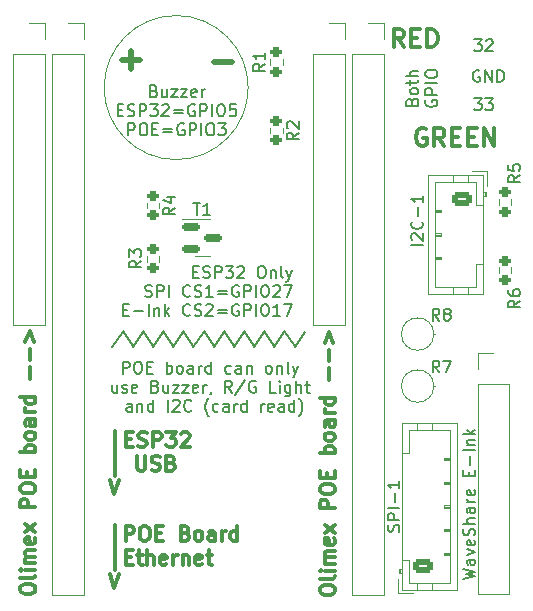
<source format=gto>
G04 #@! TF.GenerationSoftware,KiCad,Pcbnew,(6.0.10)*
G04 #@! TF.CreationDate,2023-07-27T10:12:38-04:00*
G04 #@! TF.ProjectId,reader-daughter,72656164-6572-42d6-9461-756768746572,rev?*
G04 #@! TF.SameCoordinates,Original*
G04 #@! TF.FileFunction,Legend,Top*
G04 #@! TF.FilePolarity,Positive*
%FSLAX46Y46*%
G04 Gerber Fmt 4.6, Leading zero omitted, Abs format (unit mm)*
G04 Created by KiCad (PCBNEW (6.0.10)) date 2023-07-27 10:12:38*
%MOMM*%
%LPD*%
G01*
G04 APERTURE LIST*
G04 Aperture macros list*
%AMRoundRect*
0 Rectangle with rounded corners*
0 $1 Rounding radius*
0 $2 $3 $4 $5 $6 $7 $8 $9 X,Y pos of 4 corners*
0 Add a 4 corners polygon primitive as box body*
4,1,4,$2,$3,$4,$5,$6,$7,$8,$9,$2,$3,0*
0 Add four circle primitives for the rounded corners*
1,1,$1+$1,$2,$3*
1,1,$1+$1,$4,$5*
1,1,$1+$1,$6,$7*
1,1,$1+$1,$8,$9*
0 Add four rect primitives between the rounded corners*
20,1,$1+$1,$2,$3,$4,$5,0*
20,1,$1+$1,$4,$5,$6,$7,0*
20,1,$1+$1,$6,$7,$8,$9,0*
20,1,$1+$1,$8,$9,$2,$3,0*%
G04 Aperture macros list end*
%ADD10C,0.300000*%
%ADD11C,0.500000*%
%ADD12C,0.150000*%
%ADD13C,0.120000*%
%ADD14RoundRect,0.250000X-0.625000X0.350000X-0.625000X-0.350000X0.625000X-0.350000X0.625000X0.350000X0*%
%ADD15O,1.750000X1.200000*%
%ADD16R,2.100000X2.100000*%
%ADD17C,2.100000*%
%ADD18R,2.000000X2.000000*%
%ADD19C,2.000000*%
%ADD20RoundRect,0.200000X-0.275000X0.200000X-0.275000X-0.200000X0.275000X-0.200000X0.275000X0.200000X0*%
%ADD21RoundRect,0.250000X0.625000X-0.350000X0.625000X0.350000X-0.625000X0.350000X-0.625000X-0.350000X0*%
%ADD22R,1.700000X1.700000*%
%ADD23O,1.700000X1.700000*%
%ADD24RoundRect,0.200000X0.275000X-0.200000X0.275000X0.200000X-0.275000X0.200000X-0.275000X-0.200000X0*%
%ADD25RoundRect,0.150000X-0.587500X-0.150000X0.587500X-0.150000X0.587500X0.150000X-0.587500X0.150000X0*%
%ADD26C,1.600000*%
%ADD27O,1.600000X1.600000*%
G04 APERTURE END LIST*
D10*
X115790238Y-108969642D02*
X115790238Y-107183928D01*
X116683095Y-107898214D02*
X117099761Y-107898214D01*
X117278333Y-108552976D02*
X116683095Y-108552976D01*
X116683095Y-107302976D01*
X117278333Y-107302976D01*
X117754523Y-108493452D02*
X117933095Y-108552976D01*
X118230714Y-108552976D01*
X118349761Y-108493452D01*
X118409285Y-108433928D01*
X118468809Y-108314880D01*
X118468809Y-108195833D01*
X118409285Y-108076785D01*
X118349761Y-108017261D01*
X118230714Y-107957738D01*
X117992619Y-107898214D01*
X117873571Y-107838690D01*
X117814047Y-107779166D01*
X117754523Y-107660119D01*
X117754523Y-107541071D01*
X117814047Y-107422023D01*
X117873571Y-107362500D01*
X117992619Y-107302976D01*
X118290238Y-107302976D01*
X118468809Y-107362500D01*
X119004523Y-108552976D02*
X119004523Y-107302976D01*
X119480714Y-107302976D01*
X119599761Y-107362500D01*
X119659285Y-107422023D01*
X119718809Y-107541071D01*
X119718809Y-107719642D01*
X119659285Y-107838690D01*
X119599761Y-107898214D01*
X119480714Y-107957738D01*
X119004523Y-107957738D01*
X120135476Y-107302976D02*
X120909285Y-107302976D01*
X120492619Y-107779166D01*
X120671190Y-107779166D01*
X120790238Y-107838690D01*
X120849761Y-107898214D01*
X120909285Y-108017261D01*
X120909285Y-108314880D01*
X120849761Y-108433928D01*
X120790238Y-108493452D01*
X120671190Y-108552976D01*
X120314047Y-108552976D01*
X120195000Y-108493452D01*
X120135476Y-108433928D01*
X121385476Y-107422023D02*
X121445000Y-107362500D01*
X121564047Y-107302976D01*
X121861666Y-107302976D01*
X121980714Y-107362500D01*
X122040238Y-107422023D01*
X122099761Y-107541071D01*
X122099761Y-107660119D01*
X122040238Y-107838690D01*
X121325952Y-108552976D01*
X122099761Y-108552976D01*
X115790238Y-110982142D02*
X115790238Y-109196428D01*
X117635476Y-109315476D02*
X117635476Y-110327380D01*
X117695000Y-110446428D01*
X117754523Y-110505952D01*
X117873571Y-110565476D01*
X118111666Y-110565476D01*
X118230714Y-110505952D01*
X118290238Y-110446428D01*
X118349761Y-110327380D01*
X118349761Y-109315476D01*
X118885476Y-110505952D02*
X119064047Y-110565476D01*
X119361666Y-110565476D01*
X119480714Y-110505952D01*
X119540238Y-110446428D01*
X119599761Y-110327380D01*
X119599761Y-110208333D01*
X119540238Y-110089285D01*
X119480714Y-110029761D01*
X119361666Y-109970238D01*
X119123571Y-109910714D01*
X119004523Y-109851190D01*
X118945000Y-109791666D01*
X118885476Y-109672619D01*
X118885476Y-109553571D01*
X118945000Y-109434523D01*
X119004523Y-109375000D01*
X119123571Y-109315476D01*
X119421190Y-109315476D01*
X119599761Y-109375000D01*
X120552142Y-109910714D02*
X120730714Y-109970238D01*
X120790238Y-110029761D01*
X120849761Y-110148809D01*
X120849761Y-110327380D01*
X120790238Y-110446428D01*
X120730714Y-110505952D01*
X120611666Y-110565476D01*
X120135476Y-110565476D01*
X120135476Y-109315476D01*
X120552142Y-109315476D01*
X120671190Y-109375000D01*
X120730714Y-109434523D01*
X120790238Y-109553571D01*
X120790238Y-109672619D01*
X120730714Y-109791666D01*
X120671190Y-109851190D01*
X120552142Y-109910714D01*
X120135476Y-109910714D01*
X115314047Y-111327976D02*
X115730714Y-112577976D01*
X116147380Y-111327976D01*
X115790238Y-116927242D02*
X115790238Y-115141528D01*
X116683095Y-116510576D02*
X116683095Y-115260576D01*
X117159285Y-115260576D01*
X117278333Y-115320100D01*
X117337857Y-115379623D01*
X117397380Y-115498671D01*
X117397380Y-115677242D01*
X117337857Y-115796290D01*
X117278333Y-115855814D01*
X117159285Y-115915338D01*
X116683095Y-115915338D01*
X118171190Y-115260576D02*
X118409285Y-115260576D01*
X118528333Y-115320100D01*
X118647380Y-115439147D01*
X118706904Y-115677242D01*
X118706904Y-116093909D01*
X118647380Y-116332004D01*
X118528333Y-116451052D01*
X118409285Y-116510576D01*
X118171190Y-116510576D01*
X118052142Y-116451052D01*
X117933095Y-116332004D01*
X117873571Y-116093909D01*
X117873571Y-115677242D01*
X117933095Y-115439147D01*
X118052142Y-115320100D01*
X118171190Y-115260576D01*
X119242619Y-115855814D02*
X119659285Y-115855814D01*
X119837857Y-116510576D02*
X119242619Y-116510576D01*
X119242619Y-115260576D01*
X119837857Y-115260576D01*
X121742619Y-115855814D02*
X121921190Y-115915338D01*
X121980714Y-115974861D01*
X122040238Y-116093909D01*
X122040238Y-116272480D01*
X121980714Y-116391528D01*
X121921190Y-116451052D01*
X121802142Y-116510576D01*
X121325952Y-116510576D01*
X121325952Y-115260576D01*
X121742619Y-115260576D01*
X121861666Y-115320100D01*
X121921190Y-115379623D01*
X121980714Y-115498671D01*
X121980714Y-115617719D01*
X121921190Y-115736766D01*
X121861666Y-115796290D01*
X121742619Y-115855814D01*
X121325952Y-115855814D01*
X122754523Y-116510576D02*
X122635476Y-116451052D01*
X122575952Y-116391528D01*
X122516428Y-116272480D01*
X122516428Y-115915338D01*
X122575952Y-115796290D01*
X122635476Y-115736766D01*
X122754523Y-115677242D01*
X122933095Y-115677242D01*
X123052142Y-115736766D01*
X123111666Y-115796290D01*
X123171190Y-115915338D01*
X123171190Y-116272480D01*
X123111666Y-116391528D01*
X123052142Y-116451052D01*
X122933095Y-116510576D01*
X122754523Y-116510576D01*
X124242619Y-116510576D02*
X124242619Y-115855814D01*
X124183095Y-115736766D01*
X124064047Y-115677242D01*
X123825952Y-115677242D01*
X123706904Y-115736766D01*
X124242619Y-116451052D02*
X124123571Y-116510576D01*
X123825952Y-116510576D01*
X123706904Y-116451052D01*
X123647380Y-116332004D01*
X123647380Y-116212957D01*
X123706904Y-116093909D01*
X123825952Y-116034385D01*
X124123571Y-116034385D01*
X124242619Y-115974861D01*
X124837857Y-116510576D02*
X124837857Y-115677242D01*
X124837857Y-115915338D02*
X124897380Y-115796290D01*
X124956904Y-115736766D01*
X125075952Y-115677242D01*
X125195000Y-115677242D01*
X126147380Y-116510576D02*
X126147380Y-115260576D01*
X126147380Y-116451052D02*
X126028333Y-116510576D01*
X125790238Y-116510576D01*
X125671190Y-116451052D01*
X125611666Y-116391528D01*
X125552142Y-116272480D01*
X125552142Y-115915338D01*
X125611666Y-115796290D01*
X125671190Y-115736766D01*
X125790238Y-115677242D01*
X126028333Y-115677242D01*
X126147380Y-115736766D01*
X115790238Y-118939742D02*
X115790238Y-117154028D01*
X116683095Y-117868314D02*
X117099761Y-117868314D01*
X117278333Y-118523076D02*
X116683095Y-118523076D01*
X116683095Y-117273076D01*
X117278333Y-117273076D01*
X117635476Y-117689742D02*
X118111666Y-117689742D01*
X117814047Y-117273076D02*
X117814047Y-118344504D01*
X117873571Y-118463552D01*
X117992619Y-118523076D01*
X118111666Y-118523076D01*
X118528333Y-118523076D02*
X118528333Y-117273076D01*
X119064047Y-118523076D02*
X119064047Y-117868314D01*
X119004523Y-117749266D01*
X118885476Y-117689742D01*
X118706904Y-117689742D01*
X118587857Y-117749266D01*
X118528333Y-117808790D01*
X120135476Y-118463552D02*
X120016428Y-118523076D01*
X119778333Y-118523076D01*
X119659285Y-118463552D01*
X119599761Y-118344504D01*
X119599761Y-117868314D01*
X119659285Y-117749266D01*
X119778333Y-117689742D01*
X120016428Y-117689742D01*
X120135476Y-117749266D01*
X120195000Y-117868314D01*
X120195000Y-117987361D01*
X119599761Y-118106409D01*
X120730714Y-118523076D02*
X120730714Y-117689742D01*
X120730714Y-117927838D02*
X120790238Y-117808790D01*
X120849761Y-117749266D01*
X120968809Y-117689742D01*
X121087857Y-117689742D01*
X121504523Y-117689742D02*
X121504523Y-118523076D01*
X121504523Y-117808790D02*
X121564047Y-117749266D01*
X121683095Y-117689742D01*
X121861666Y-117689742D01*
X121980714Y-117749266D01*
X122040238Y-117868314D01*
X122040238Y-118523076D01*
X123111666Y-118463552D02*
X122992619Y-118523076D01*
X122754523Y-118523076D01*
X122635476Y-118463552D01*
X122575952Y-118344504D01*
X122575952Y-117868314D01*
X122635476Y-117749266D01*
X122754523Y-117689742D01*
X122992619Y-117689742D01*
X123111666Y-117749266D01*
X123171190Y-117868314D01*
X123171190Y-117987361D01*
X122575952Y-118106409D01*
X123528333Y-117689742D02*
X124004523Y-117689742D01*
X123706904Y-117273076D02*
X123706904Y-118344504D01*
X123766428Y-118463552D01*
X123885476Y-118523076D01*
X124004523Y-118523076D01*
X115314047Y-119285576D02*
X115730714Y-120535576D01*
X116147380Y-119285576D01*
D11*
X125646211Y-75961857D02*
X124122402Y-75961857D01*
D12*
X122378690Y-93718571D02*
X122712023Y-93718571D01*
X122854880Y-94242380D02*
X122378690Y-94242380D01*
X122378690Y-93242380D01*
X122854880Y-93242380D01*
X123235833Y-94194761D02*
X123378690Y-94242380D01*
X123616785Y-94242380D01*
X123712023Y-94194761D01*
X123759642Y-94147142D01*
X123807261Y-94051904D01*
X123807261Y-93956666D01*
X123759642Y-93861428D01*
X123712023Y-93813809D01*
X123616785Y-93766190D01*
X123426309Y-93718571D01*
X123331071Y-93670952D01*
X123283452Y-93623333D01*
X123235833Y-93528095D01*
X123235833Y-93432857D01*
X123283452Y-93337619D01*
X123331071Y-93290000D01*
X123426309Y-93242380D01*
X123664404Y-93242380D01*
X123807261Y-93290000D01*
X124235833Y-94242380D02*
X124235833Y-93242380D01*
X124616785Y-93242380D01*
X124712023Y-93290000D01*
X124759642Y-93337619D01*
X124807261Y-93432857D01*
X124807261Y-93575714D01*
X124759642Y-93670952D01*
X124712023Y-93718571D01*
X124616785Y-93766190D01*
X124235833Y-93766190D01*
X125140595Y-93242380D02*
X125759642Y-93242380D01*
X125426309Y-93623333D01*
X125569166Y-93623333D01*
X125664404Y-93670952D01*
X125712023Y-93718571D01*
X125759642Y-93813809D01*
X125759642Y-94051904D01*
X125712023Y-94147142D01*
X125664404Y-94194761D01*
X125569166Y-94242380D01*
X125283452Y-94242380D01*
X125188214Y-94194761D01*
X125140595Y-94147142D01*
X126140595Y-93337619D02*
X126188214Y-93290000D01*
X126283452Y-93242380D01*
X126521547Y-93242380D01*
X126616785Y-93290000D01*
X126664404Y-93337619D01*
X126712023Y-93432857D01*
X126712023Y-93528095D01*
X126664404Y-93670952D01*
X126092976Y-94242380D01*
X126712023Y-94242380D01*
X128092976Y-93242380D02*
X128283452Y-93242380D01*
X128378690Y-93290000D01*
X128473928Y-93385238D01*
X128521547Y-93575714D01*
X128521547Y-93909047D01*
X128473928Y-94099523D01*
X128378690Y-94194761D01*
X128283452Y-94242380D01*
X128092976Y-94242380D01*
X127997738Y-94194761D01*
X127902500Y-94099523D01*
X127854880Y-93909047D01*
X127854880Y-93575714D01*
X127902500Y-93385238D01*
X127997738Y-93290000D01*
X128092976Y-93242380D01*
X128950119Y-93575714D02*
X128950119Y-94242380D01*
X128950119Y-93670952D02*
X128997738Y-93623333D01*
X129092976Y-93575714D01*
X129235833Y-93575714D01*
X129331071Y-93623333D01*
X129378690Y-93718571D01*
X129378690Y-94242380D01*
X129997738Y-94242380D02*
X129902500Y-94194761D01*
X129854880Y-94099523D01*
X129854880Y-93242380D01*
X130283452Y-93575714D02*
X130521547Y-94242380D01*
X130759642Y-93575714D02*
X130521547Y-94242380D01*
X130426309Y-94480476D01*
X130378690Y-94528095D01*
X130283452Y-94575714D01*
X118331071Y-95804761D02*
X118473928Y-95852380D01*
X118712023Y-95852380D01*
X118807261Y-95804761D01*
X118854880Y-95757142D01*
X118902500Y-95661904D01*
X118902500Y-95566666D01*
X118854880Y-95471428D01*
X118807261Y-95423809D01*
X118712023Y-95376190D01*
X118521547Y-95328571D01*
X118426309Y-95280952D01*
X118378690Y-95233333D01*
X118331071Y-95138095D01*
X118331071Y-95042857D01*
X118378690Y-94947619D01*
X118426309Y-94900000D01*
X118521547Y-94852380D01*
X118759642Y-94852380D01*
X118902500Y-94900000D01*
X119331071Y-95852380D02*
X119331071Y-94852380D01*
X119712023Y-94852380D01*
X119807261Y-94900000D01*
X119854880Y-94947619D01*
X119902500Y-95042857D01*
X119902500Y-95185714D01*
X119854880Y-95280952D01*
X119807261Y-95328571D01*
X119712023Y-95376190D01*
X119331071Y-95376190D01*
X120331071Y-95852380D02*
X120331071Y-94852380D01*
X122140595Y-95757142D02*
X122092976Y-95804761D01*
X121950119Y-95852380D01*
X121854880Y-95852380D01*
X121712023Y-95804761D01*
X121616785Y-95709523D01*
X121569166Y-95614285D01*
X121521547Y-95423809D01*
X121521547Y-95280952D01*
X121569166Y-95090476D01*
X121616785Y-94995238D01*
X121712023Y-94900000D01*
X121854880Y-94852380D01*
X121950119Y-94852380D01*
X122092976Y-94900000D01*
X122140595Y-94947619D01*
X122521547Y-95804761D02*
X122664404Y-95852380D01*
X122902500Y-95852380D01*
X122997738Y-95804761D01*
X123045357Y-95757142D01*
X123092976Y-95661904D01*
X123092976Y-95566666D01*
X123045357Y-95471428D01*
X122997738Y-95423809D01*
X122902500Y-95376190D01*
X122712023Y-95328571D01*
X122616785Y-95280952D01*
X122569166Y-95233333D01*
X122521547Y-95138095D01*
X122521547Y-95042857D01*
X122569166Y-94947619D01*
X122616785Y-94900000D01*
X122712023Y-94852380D01*
X122950119Y-94852380D01*
X123092976Y-94900000D01*
X124045357Y-95852380D02*
X123473928Y-95852380D01*
X123759642Y-95852380D02*
X123759642Y-94852380D01*
X123664404Y-94995238D01*
X123569166Y-95090476D01*
X123473928Y-95138095D01*
X124473928Y-95328571D02*
X125235833Y-95328571D01*
X125235833Y-95614285D02*
X124473928Y-95614285D01*
X126235833Y-94900000D02*
X126140595Y-94852380D01*
X125997738Y-94852380D01*
X125854880Y-94900000D01*
X125759642Y-94995238D01*
X125712023Y-95090476D01*
X125664404Y-95280952D01*
X125664404Y-95423809D01*
X125712023Y-95614285D01*
X125759642Y-95709523D01*
X125854880Y-95804761D01*
X125997738Y-95852380D01*
X126092976Y-95852380D01*
X126235833Y-95804761D01*
X126283452Y-95757142D01*
X126283452Y-95423809D01*
X126092976Y-95423809D01*
X126712023Y-95852380D02*
X126712023Y-94852380D01*
X127092976Y-94852380D01*
X127188214Y-94900000D01*
X127235833Y-94947619D01*
X127283452Y-95042857D01*
X127283452Y-95185714D01*
X127235833Y-95280952D01*
X127188214Y-95328571D01*
X127092976Y-95376190D01*
X126712023Y-95376190D01*
X127712023Y-95852380D02*
X127712023Y-94852380D01*
X128378690Y-94852380D02*
X128569166Y-94852380D01*
X128664404Y-94900000D01*
X128759642Y-94995238D01*
X128807261Y-95185714D01*
X128807261Y-95519047D01*
X128759642Y-95709523D01*
X128664404Y-95804761D01*
X128569166Y-95852380D01*
X128378690Y-95852380D01*
X128283452Y-95804761D01*
X128188214Y-95709523D01*
X128140595Y-95519047D01*
X128140595Y-95185714D01*
X128188214Y-94995238D01*
X128283452Y-94900000D01*
X128378690Y-94852380D01*
X129188214Y-94947619D02*
X129235833Y-94900000D01*
X129331071Y-94852380D01*
X129569166Y-94852380D01*
X129664404Y-94900000D01*
X129712023Y-94947619D01*
X129759642Y-95042857D01*
X129759642Y-95138095D01*
X129712023Y-95280952D01*
X129140595Y-95852380D01*
X129759642Y-95852380D01*
X130092976Y-94852380D02*
X130759642Y-94852380D01*
X130331071Y-95852380D01*
X116473928Y-96938571D02*
X116807261Y-96938571D01*
X116950119Y-97462380D02*
X116473928Y-97462380D01*
X116473928Y-96462380D01*
X116950119Y-96462380D01*
X117378690Y-97081428D02*
X118140595Y-97081428D01*
X118616785Y-97462380D02*
X118616785Y-96462380D01*
X119092976Y-96795714D02*
X119092976Y-97462380D01*
X119092976Y-96890952D02*
X119140595Y-96843333D01*
X119235833Y-96795714D01*
X119378690Y-96795714D01*
X119473928Y-96843333D01*
X119521547Y-96938571D01*
X119521547Y-97462380D01*
X119997738Y-97462380D02*
X119997738Y-96462380D01*
X120092976Y-97081428D02*
X120378690Y-97462380D01*
X120378690Y-96795714D02*
X119997738Y-97176666D01*
X122140595Y-97367142D02*
X122092976Y-97414761D01*
X121950119Y-97462380D01*
X121854880Y-97462380D01*
X121712023Y-97414761D01*
X121616785Y-97319523D01*
X121569166Y-97224285D01*
X121521547Y-97033809D01*
X121521547Y-96890952D01*
X121569166Y-96700476D01*
X121616785Y-96605238D01*
X121712023Y-96510000D01*
X121854880Y-96462380D01*
X121950119Y-96462380D01*
X122092976Y-96510000D01*
X122140595Y-96557619D01*
X122521547Y-97414761D02*
X122664404Y-97462380D01*
X122902500Y-97462380D01*
X122997738Y-97414761D01*
X123045357Y-97367142D01*
X123092976Y-97271904D01*
X123092976Y-97176666D01*
X123045357Y-97081428D01*
X122997738Y-97033809D01*
X122902500Y-96986190D01*
X122712023Y-96938571D01*
X122616785Y-96890952D01*
X122569166Y-96843333D01*
X122521547Y-96748095D01*
X122521547Y-96652857D01*
X122569166Y-96557619D01*
X122616785Y-96510000D01*
X122712023Y-96462380D01*
X122950119Y-96462380D01*
X123092976Y-96510000D01*
X123473928Y-96557619D02*
X123521547Y-96510000D01*
X123616785Y-96462380D01*
X123854880Y-96462380D01*
X123950119Y-96510000D01*
X123997738Y-96557619D01*
X124045357Y-96652857D01*
X124045357Y-96748095D01*
X123997738Y-96890952D01*
X123426309Y-97462380D01*
X124045357Y-97462380D01*
X124473928Y-96938571D02*
X125235833Y-96938571D01*
X125235833Y-97224285D02*
X124473928Y-97224285D01*
X126235833Y-96510000D02*
X126140595Y-96462380D01*
X125997738Y-96462380D01*
X125854880Y-96510000D01*
X125759642Y-96605238D01*
X125712023Y-96700476D01*
X125664404Y-96890952D01*
X125664404Y-97033809D01*
X125712023Y-97224285D01*
X125759642Y-97319523D01*
X125854880Y-97414761D01*
X125997738Y-97462380D01*
X126092976Y-97462380D01*
X126235833Y-97414761D01*
X126283452Y-97367142D01*
X126283452Y-97033809D01*
X126092976Y-97033809D01*
X126712023Y-97462380D02*
X126712023Y-96462380D01*
X127092976Y-96462380D01*
X127188214Y-96510000D01*
X127235833Y-96557619D01*
X127283452Y-96652857D01*
X127283452Y-96795714D01*
X127235833Y-96890952D01*
X127188214Y-96938571D01*
X127092976Y-96986190D01*
X126712023Y-96986190D01*
X127712023Y-97462380D02*
X127712023Y-96462380D01*
X128378690Y-96462380D02*
X128569166Y-96462380D01*
X128664404Y-96510000D01*
X128759642Y-96605238D01*
X128807261Y-96795714D01*
X128807261Y-97129047D01*
X128759642Y-97319523D01*
X128664404Y-97414761D01*
X128569166Y-97462380D01*
X128378690Y-97462380D01*
X128283452Y-97414761D01*
X128188214Y-97319523D01*
X128140595Y-97129047D01*
X128140595Y-96795714D01*
X128188214Y-96605238D01*
X128283452Y-96510000D01*
X128378690Y-96462380D01*
X129759642Y-97462380D02*
X129188214Y-97462380D01*
X129473928Y-97462380D02*
X129473928Y-96462380D01*
X129378690Y-96605238D01*
X129283452Y-96700476D01*
X129188214Y-96748095D01*
X130092976Y-96462380D02*
X130759642Y-96462380D01*
X130331071Y-97462380D01*
X116438095Y-102342380D02*
X116438095Y-101342380D01*
X116819047Y-101342380D01*
X116914285Y-101390000D01*
X116961904Y-101437619D01*
X117009523Y-101532857D01*
X117009523Y-101675714D01*
X116961904Y-101770952D01*
X116914285Y-101818571D01*
X116819047Y-101866190D01*
X116438095Y-101866190D01*
X117628571Y-101342380D02*
X117819047Y-101342380D01*
X117914285Y-101390000D01*
X118009523Y-101485238D01*
X118057142Y-101675714D01*
X118057142Y-102009047D01*
X118009523Y-102199523D01*
X117914285Y-102294761D01*
X117819047Y-102342380D01*
X117628571Y-102342380D01*
X117533333Y-102294761D01*
X117438095Y-102199523D01*
X117390476Y-102009047D01*
X117390476Y-101675714D01*
X117438095Y-101485238D01*
X117533333Y-101390000D01*
X117628571Y-101342380D01*
X118485714Y-101818571D02*
X118819047Y-101818571D01*
X118961904Y-102342380D02*
X118485714Y-102342380D01*
X118485714Y-101342380D01*
X118961904Y-101342380D01*
X120152380Y-102342380D02*
X120152380Y-101342380D01*
X120152380Y-101723333D02*
X120247619Y-101675714D01*
X120438095Y-101675714D01*
X120533333Y-101723333D01*
X120580952Y-101770952D01*
X120628571Y-101866190D01*
X120628571Y-102151904D01*
X120580952Y-102247142D01*
X120533333Y-102294761D01*
X120438095Y-102342380D01*
X120247619Y-102342380D01*
X120152380Y-102294761D01*
X121200000Y-102342380D02*
X121104761Y-102294761D01*
X121057142Y-102247142D01*
X121009523Y-102151904D01*
X121009523Y-101866190D01*
X121057142Y-101770952D01*
X121104761Y-101723333D01*
X121200000Y-101675714D01*
X121342857Y-101675714D01*
X121438095Y-101723333D01*
X121485714Y-101770952D01*
X121533333Y-101866190D01*
X121533333Y-102151904D01*
X121485714Y-102247142D01*
X121438095Y-102294761D01*
X121342857Y-102342380D01*
X121200000Y-102342380D01*
X122390476Y-102342380D02*
X122390476Y-101818571D01*
X122342857Y-101723333D01*
X122247619Y-101675714D01*
X122057142Y-101675714D01*
X121961904Y-101723333D01*
X122390476Y-102294761D02*
X122295238Y-102342380D01*
X122057142Y-102342380D01*
X121961904Y-102294761D01*
X121914285Y-102199523D01*
X121914285Y-102104285D01*
X121961904Y-102009047D01*
X122057142Y-101961428D01*
X122295238Y-101961428D01*
X122390476Y-101913809D01*
X122866666Y-102342380D02*
X122866666Y-101675714D01*
X122866666Y-101866190D02*
X122914285Y-101770952D01*
X122961904Y-101723333D01*
X123057142Y-101675714D01*
X123152380Y-101675714D01*
X123914285Y-102342380D02*
X123914285Y-101342380D01*
X123914285Y-102294761D02*
X123819047Y-102342380D01*
X123628571Y-102342380D01*
X123533333Y-102294761D01*
X123485714Y-102247142D01*
X123438095Y-102151904D01*
X123438095Y-101866190D01*
X123485714Y-101770952D01*
X123533333Y-101723333D01*
X123628571Y-101675714D01*
X123819047Y-101675714D01*
X123914285Y-101723333D01*
X125580952Y-102294761D02*
X125485714Y-102342380D01*
X125295238Y-102342380D01*
X125200000Y-102294761D01*
X125152380Y-102247142D01*
X125104761Y-102151904D01*
X125104761Y-101866190D01*
X125152380Y-101770952D01*
X125200000Y-101723333D01*
X125295238Y-101675714D01*
X125485714Y-101675714D01*
X125580952Y-101723333D01*
X126438095Y-102342380D02*
X126438095Y-101818571D01*
X126390476Y-101723333D01*
X126295238Y-101675714D01*
X126104761Y-101675714D01*
X126009523Y-101723333D01*
X126438095Y-102294761D02*
X126342857Y-102342380D01*
X126104761Y-102342380D01*
X126009523Y-102294761D01*
X125961904Y-102199523D01*
X125961904Y-102104285D01*
X126009523Y-102009047D01*
X126104761Y-101961428D01*
X126342857Y-101961428D01*
X126438095Y-101913809D01*
X126914285Y-101675714D02*
X126914285Y-102342380D01*
X126914285Y-101770952D02*
X126961904Y-101723333D01*
X127057142Y-101675714D01*
X127200000Y-101675714D01*
X127295238Y-101723333D01*
X127342857Y-101818571D01*
X127342857Y-102342380D01*
X128723809Y-102342380D02*
X128628571Y-102294761D01*
X128580952Y-102247142D01*
X128533333Y-102151904D01*
X128533333Y-101866190D01*
X128580952Y-101770952D01*
X128628571Y-101723333D01*
X128723809Y-101675714D01*
X128866666Y-101675714D01*
X128961904Y-101723333D01*
X129009523Y-101770952D01*
X129057142Y-101866190D01*
X129057142Y-102151904D01*
X129009523Y-102247142D01*
X128961904Y-102294761D01*
X128866666Y-102342380D01*
X128723809Y-102342380D01*
X129485714Y-101675714D02*
X129485714Y-102342380D01*
X129485714Y-101770952D02*
X129533333Y-101723333D01*
X129628571Y-101675714D01*
X129771428Y-101675714D01*
X129866666Y-101723333D01*
X129914285Y-101818571D01*
X129914285Y-102342380D01*
X130533333Y-102342380D02*
X130438095Y-102294761D01*
X130390476Y-102199523D01*
X130390476Y-101342380D01*
X130819047Y-101675714D02*
X131057142Y-102342380D01*
X131295238Y-101675714D02*
X131057142Y-102342380D01*
X130961904Y-102580476D01*
X130914285Y-102628095D01*
X130819047Y-102675714D01*
X115961904Y-103285714D02*
X115961904Y-103952380D01*
X115533333Y-103285714D02*
X115533333Y-103809523D01*
X115580952Y-103904761D01*
X115676190Y-103952380D01*
X115819047Y-103952380D01*
X115914285Y-103904761D01*
X115961904Y-103857142D01*
X116390476Y-103904761D02*
X116485714Y-103952380D01*
X116676190Y-103952380D01*
X116771428Y-103904761D01*
X116819047Y-103809523D01*
X116819047Y-103761904D01*
X116771428Y-103666666D01*
X116676190Y-103619047D01*
X116533333Y-103619047D01*
X116438095Y-103571428D01*
X116390476Y-103476190D01*
X116390476Y-103428571D01*
X116438095Y-103333333D01*
X116533333Y-103285714D01*
X116676190Y-103285714D01*
X116771428Y-103333333D01*
X117628571Y-103904761D02*
X117533333Y-103952380D01*
X117342857Y-103952380D01*
X117247619Y-103904761D01*
X117200000Y-103809523D01*
X117200000Y-103428571D01*
X117247619Y-103333333D01*
X117342857Y-103285714D01*
X117533333Y-103285714D01*
X117628571Y-103333333D01*
X117676190Y-103428571D01*
X117676190Y-103523809D01*
X117200000Y-103619047D01*
X119200000Y-103428571D02*
X119342857Y-103476190D01*
X119390476Y-103523809D01*
X119438095Y-103619047D01*
X119438095Y-103761904D01*
X119390476Y-103857142D01*
X119342857Y-103904761D01*
X119247619Y-103952380D01*
X118866666Y-103952380D01*
X118866666Y-102952380D01*
X119200000Y-102952380D01*
X119295238Y-103000000D01*
X119342857Y-103047619D01*
X119390476Y-103142857D01*
X119390476Y-103238095D01*
X119342857Y-103333333D01*
X119295238Y-103380952D01*
X119200000Y-103428571D01*
X118866666Y-103428571D01*
X120295238Y-103285714D02*
X120295238Y-103952380D01*
X119866666Y-103285714D02*
X119866666Y-103809523D01*
X119914285Y-103904761D01*
X120009523Y-103952380D01*
X120152380Y-103952380D01*
X120247619Y-103904761D01*
X120295238Y-103857142D01*
X120676190Y-103285714D02*
X121200000Y-103285714D01*
X120676190Y-103952380D01*
X121200000Y-103952380D01*
X121485714Y-103285714D02*
X122009523Y-103285714D01*
X121485714Y-103952380D01*
X122009523Y-103952380D01*
X122771428Y-103904761D02*
X122676190Y-103952380D01*
X122485714Y-103952380D01*
X122390476Y-103904761D01*
X122342857Y-103809523D01*
X122342857Y-103428571D01*
X122390476Y-103333333D01*
X122485714Y-103285714D01*
X122676190Y-103285714D01*
X122771428Y-103333333D01*
X122819047Y-103428571D01*
X122819047Y-103523809D01*
X122342857Y-103619047D01*
X123247619Y-103952380D02*
X123247619Y-103285714D01*
X123247619Y-103476190D02*
X123295238Y-103380952D01*
X123342857Y-103333333D01*
X123438095Y-103285714D01*
X123533333Y-103285714D01*
X123914285Y-103904761D02*
X123914285Y-103952380D01*
X123866666Y-104047619D01*
X123819047Y-104095238D01*
X125676190Y-103952380D02*
X125342857Y-103476190D01*
X125104761Y-103952380D02*
X125104761Y-102952380D01*
X125485714Y-102952380D01*
X125580952Y-103000000D01*
X125628571Y-103047619D01*
X125676190Y-103142857D01*
X125676190Y-103285714D01*
X125628571Y-103380952D01*
X125580952Y-103428571D01*
X125485714Y-103476190D01*
X125104761Y-103476190D01*
X126819047Y-102904761D02*
X125961904Y-104190476D01*
X127676190Y-103000000D02*
X127580952Y-102952380D01*
X127438095Y-102952380D01*
X127295238Y-103000000D01*
X127200000Y-103095238D01*
X127152380Y-103190476D01*
X127104761Y-103380952D01*
X127104761Y-103523809D01*
X127152380Y-103714285D01*
X127200000Y-103809523D01*
X127295238Y-103904761D01*
X127438095Y-103952380D01*
X127533333Y-103952380D01*
X127676190Y-103904761D01*
X127723809Y-103857142D01*
X127723809Y-103523809D01*
X127533333Y-103523809D01*
X129390476Y-103952380D02*
X128914285Y-103952380D01*
X128914285Y-102952380D01*
X129723809Y-103952380D02*
X129723809Y-103285714D01*
X129723809Y-102952380D02*
X129676190Y-103000000D01*
X129723809Y-103047619D01*
X129771428Y-103000000D01*
X129723809Y-102952380D01*
X129723809Y-103047619D01*
X130628571Y-103285714D02*
X130628571Y-104095238D01*
X130580952Y-104190476D01*
X130533333Y-104238095D01*
X130438095Y-104285714D01*
X130295238Y-104285714D01*
X130200000Y-104238095D01*
X130628571Y-103904761D02*
X130533333Y-103952380D01*
X130342857Y-103952380D01*
X130247619Y-103904761D01*
X130200000Y-103857142D01*
X130152380Y-103761904D01*
X130152380Y-103476190D01*
X130200000Y-103380952D01*
X130247619Y-103333333D01*
X130342857Y-103285714D01*
X130533333Y-103285714D01*
X130628571Y-103333333D01*
X131104761Y-103952380D02*
X131104761Y-102952380D01*
X131533333Y-103952380D02*
X131533333Y-103428571D01*
X131485714Y-103333333D01*
X131390476Y-103285714D01*
X131247619Y-103285714D01*
X131152380Y-103333333D01*
X131104761Y-103380952D01*
X131866666Y-103285714D02*
X132247619Y-103285714D01*
X132009523Y-102952380D02*
X132009523Y-103809523D01*
X132057142Y-103904761D01*
X132152380Y-103952380D01*
X132247619Y-103952380D01*
X117200000Y-105562380D02*
X117200000Y-105038571D01*
X117152380Y-104943333D01*
X117057142Y-104895714D01*
X116866666Y-104895714D01*
X116771428Y-104943333D01*
X117200000Y-105514761D02*
X117104761Y-105562380D01*
X116866666Y-105562380D01*
X116771428Y-105514761D01*
X116723809Y-105419523D01*
X116723809Y-105324285D01*
X116771428Y-105229047D01*
X116866666Y-105181428D01*
X117104761Y-105181428D01*
X117200000Y-105133809D01*
X117676190Y-104895714D02*
X117676190Y-105562380D01*
X117676190Y-104990952D02*
X117723809Y-104943333D01*
X117819047Y-104895714D01*
X117961904Y-104895714D01*
X118057142Y-104943333D01*
X118104761Y-105038571D01*
X118104761Y-105562380D01*
X119009523Y-105562380D02*
X119009523Y-104562380D01*
X119009523Y-105514761D02*
X118914285Y-105562380D01*
X118723809Y-105562380D01*
X118628571Y-105514761D01*
X118580952Y-105467142D01*
X118533333Y-105371904D01*
X118533333Y-105086190D01*
X118580952Y-104990952D01*
X118628571Y-104943333D01*
X118723809Y-104895714D01*
X118914285Y-104895714D01*
X119009523Y-104943333D01*
X120247619Y-105562380D02*
X120247619Y-104562380D01*
X120676190Y-104657619D02*
X120723809Y-104610000D01*
X120819047Y-104562380D01*
X121057142Y-104562380D01*
X121152380Y-104610000D01*
X121200000Y-104657619D01*
X121247619Y-104752857D01*
X121247619Y-104848095D01*
X121200000Y-104990952D01*
X120628571Y-105562380D01*
X121247619Y-105562380D01*
X122247619Y-105467142D02*
X122200000Y-105514761D01*
X122057142Y-105562380D01*
X121961904Y-105562380D01*
X121819047Y-105514761D01*
X121723809Y-105419523D01*
X121676190Y-105324285D01*
X121628571Y-105133809D01*
X121628571Y-104990952D01*
X121676190Y-104800476D01*
X121723809Y-104705238D01*
X121819047Y-104610000D01*
X121961904Y-104562380D01*
X122057142Y-104562380D01*
X122200000Y-104610000D01*
X122247619Y-104657619D01*
X123723809Y-105943333D02*
X123676190Y-105895714D01*
X123580952Y-105752857D01*
X123533333Y-105657619D01*
X123485714Y-105514761D01*
X123438095Y-105276666D01*
X123438095Y-105086190D01*
X123485714Y-104848095D01*
X123533333Y-104705238D01*
X123580952Y-104610000D01*
X123676190Y-104467142D01*
X123723809Y-104419523D01*
X124533333Y-105514761D02*
X124438095Y-105562380D01*
X124247619Y-105562380D01*
X124152380Y-105514761D01*
X124104761Y-105467142D01*
X124057142Y-105371904D01*
X124057142Y-105086190D01*
X124104761Y-104990952D01*
X124152380Y-104943333D01*
X124247619Y-104895714D01*
X124438095Y-104895714D01*
X124533333Y-104943333D01*
X125390476Y-105562380D02*
X125390476Y-105038571D01*
X125342857Y-104943333D01*
X125247619Y-104895714D01*
X125057142Y-104895714D01*
X124961904Y-104943333D01*
X125390476Y-105514761D02*
X125295238Y-105562380D01*
X125057142Y-105562380D01*
X124961904Y-105514761D01*
X124914285Y-105419523D01*
X124914285Y-105324285D01*
X124961904Y-105229047D01*
X125057142Y-105181428D01*
X125295238Y-105181428D01*
X125390476Y-105133809D01*
X125866666Y-105562380D02*
X125866666Y-104895714D01*
X125866666Y-105086190D02*
X125914285Y-104990952D01*
X125961904Y-104943333D01*
X126057142Y-104895714D01*
X126152380Y-104895714D01*
X126914285Y-105562380D02*
X126914285Y-104562380D01*
X126914285Y-105514761D02*
X126819047Y-105562380D01*
X126628571Y-105562380D01*
X126533333Y-105514761D01*
X126485714Y-105467142D01*
X126438095Y-105371904D01*
X126438095Y-105086190D01*
X126485714Y-104990952D01*
X126533333Y-104943333D01*
X126628571Y-104895714D01*
X126819047Y-104895714D01*
X126914285Y-104943333D01*
X128152380Y-105562380D02*
X128152380Y-104895714D01*
X128152380Y-105086190D02*
X128200000Y-104990952D01*
X128247619Y-104943333D01*
X128342857Y-104895714D01*
X128438095Y-104895714D01*
X129152380Y-105514761D02*
X129057142Y-105562380D01*
X128866666Y-105562380D01*
X128771428Y-105514761D01*
X128723809Y-105419523D01*
X128723809Y-105038571D01*
X128771428Y-104943333D01*
X128866666Y-104895714D01*
X129057142Y-104895714D01*
X129152380Y-104943333D01*
X129200000Y-105038571D01*
X129200000Y-105133809D01*
X128723809Y-105229047D01*
X130057142Y-105562380D02*
X130057142Y-105038571D01*
X130009523Y-104943333D01*
X129914285Y-104895714D01*
X129723809Y-104895714D01*
X129628571Y-104943333D01*
X130057142Y-105514761D02*
X129961904Y-105562380D01*
X129723809Y-105562380D01*
X129628571Y-105514761D01*
X129580952Y-105419523D01*
X129580952Y-105324285D01*
X129628571Y-105229047D01*
X129723809Y-105181428D01*
X129961904Y-105181428D01*
X130057142Y-105133809D01*
X130961904Y-105562380D02*
X130961904Y-104562380D01*
X130961904Y-105514761D02*
X130866666Y-105562380D01*
X130676190Y-105562380D01*
X130580952Y-105514761D01*
X130533333Y-105467142D01*
X130485714Y-105371904D01*
X130485714Y-105086190D01*
X130533333Y-104990952D01*
X130580952Y-104943333D01*
X130676190Y-104895714D01*
X130866666Y-104895714D01*
X130961904Y-104943333D01*
X131342857Y-105943333D02*
X131390476Y-105895714D01*
X131485714Y-105752857D01*
X131533333Y-105657619D01*
X131580952Y-105514761D01*
X131628571Y-105276666D01*
X131628571Y-105086190D01*
X131580952Y-104848095D01*
X131533333Y-104705238D01*
X131485714Y-104610000D01*
X131390476Y-104467142D01*
X131342857Y-104419523D01*
X146190476Y-79052380D02*
X146809523Y-79052380D01*
X146476190Y-79433333D01*
X146619047Y-79433333D01*
X146714285Y-79480952D01*
X146761904Y-79528571D01*
X146809523Y-79623809D01*
X146809523Y-79861904D01*
X146761904Y-79957142D01*
X146714285Y-80004761D01*
X146619047Y-80052380D01*
X146333333Y-80052380D01*
X146238095Y-80004761D01*
X146190476Y-79957142D01*
X147142857Y-79052380D02*
X147761904Y-79052380D01*
X147428571Y-79433333D01*
X147571428Y-79433333D01*
X147666666Y-79480952D01*
X147714285Y-79528571D01*
X147761904Y-79623809D01*
X147761904Y-79861904D01*
X147714285Y-79957142D01*
X147666666Y-80004761D01*
X147571428Y-80052380D01*
X147285714Y-80052380D01*
X147190476Y-80004761D01*
X147142857Y-79957142D01*
X145252380Y-119757142D02*
X146252380Y-119519047D01*
X145538095Y-119328571D01*
X146252380Y-119138095D01*
X145252380Y-118900000D01*
X146252380Y-118090476D02*
X145728571Y-118090476D01*
X145633333Y-118138095D01*
X145585714Y-118233333D01*
X145585714Y-118423809D01*
X145633333Y-118519047D01*
X146204761Y-118090476D02*
X146252380Y-118185714D01*
X146252380Y-118423809D01*
X146204761Y-118519047D01*
X146109523Y-118566666D01*
X146014285Y-118566666D01*
X145919047Y-118519047D01*
X145871428Y-118423809D01*
X145871428Y-118185714D01*
X145823809Y-118090476D01*
X145585714Y-117709523D02*
X146252380Y-117471428D01*
X145585714Y-117233333D01*
X146204761Y-116471428D02*
X146252380Y-116566666D01*
X146252380Y-116757142D01*
X146204761Y-116852380D01*
X146109523Y-116900000D01*
X145728571Y-116900000D01*
X145633333Y-116852380D01*
X145585714Y-116757142D01*
X145585714Y-116566666D01*
X145633333Y-116471428D01*
X145728571Y-116423809D01*
X145823809Y-116423809D01*
X145919047Y-116900000D01*
X146204761Y-116042857D02*
X146252380Y-115900000D01*
X146252380Y-115661904D01*
X146204761Y-115566666D01*
X146157142Y-115519047D01*
X146061904Y-115471428D01*
X145966666Y-115471428D01*
X145871428Y-115519047D01*
X145823809Y-115566666D01*
X145776190Y-115661904D01*
X145728571Y-115852380D01*
X145680952Y-115947619D01*
X145633333Y-115995238D01*
X145538095Y-116042857D01*
X145442857Y-116042857D01*
X145347619Y-115995238D01*
X145300000Y-115947619D01*
X145252380Y-115852380D01*
X145252380Y-115614285D01*
X145300000Y-115471428D01*
X146252380Y-115042857D02*
X145252380Y-115042857D01*
X146252380Y-114614285D02*
X145728571Y-114614285D01*
X145633333Y-114661904D01*
X145585714Y-114757142D01*
X145585714Y-114900000D01*
X145633333Y-114995238D01*
X145680952Y-115042857D01*
X146252380Y-113709523D02*
X145728571Y-113709523D01*
X145633333Y-113757142D01*
X145585714Y-113852380D01*
X145585714Y-114042857D01*
X145633333Y-114138095D01*
X146204761Y-113709523D02*
X146252380Y-113804761D01*
X146252380Y-114042857D01*
X146204761Y-114138095D01*
X146109523Y-114185714D01*
X146014285Y-114185714D01*
X145919047Y-114138095D01*
X145871428Y-114042857D01*
X145871428Y-113804761D01*
X145823809Y-113709523D01*
X146252380Y-113233333D02*
X145585714Y-113233333D01*
X145776190Y-113233333D02*
X145680952Y-113185714D01*
X145633333Y-113138095D01*
X145585714Y-113042857D01*
X145585714Y-112947619D01*
X146204761Y-112233333D02*
X146252380Y-112328571D01*
X146252380Y-112519047D01*
X146204761Y-112614285D01*
X146109523Y-112661904D01*
X145728571Y-112661904D01*
X145633333Y-112614285D01*
X145585714Y-112519047D01*
X145585714Y-112328571D01*
X145633333Y-112233333D01*
X145728571Y-112185714D01*
X145823809Y-112185714D01*
X145919047Y-112661904D01*
X145728571Y-110995238D02*
X145728571Y-110661904D01*
X146252380Y-110519047D02*
X146252380Y-110995238D01*
X145252380Y-110995238D01*
X145252380Y-110519047D01*
X145871428Y-110090476D02*
X145871428Y-109328571D01*
X146252380Y-108852380D02*
X145252380Y-108852380D01*
X145585714Y-108376190D02*
X146252380Y-108376190D01*
X145680952Y-108376190D02*
X145633333Y-108328571D01*
X145585714Y-108233333D01*
X145585714Y-108090476D01*
X145633333Y-107995238D01*
X145728571Y-107947619D01*
X146252380Y-107947619D01*
X146252380Y-107471428D02*
X145252380Y-107471428D01*
X145871428Y-107376190D02*
X146252380Y-107090476D01*
X145585714Y-107090476D02*
X145966666Y-107471428D01*
D11*
X117906704Y-75758657D02*
X116382895Y-75758657D01*
X117144800Y-76520561D02*
X117144800Y-74996752D01*
D12*
X119071428Y-78418571D02*
X119214285Y-78466190D01*
X119261904Y-78513809D01*
X119309523Y-78609047D01*
X119309523Y-78751904D01*
X119261904Y-78847142D01*
X119214285Y-78894761D01*
X119119047Y-78942380D01*
X118738095Y-78942380D01*
X118738095Y-77942380D01*
X119071428Y-77942380D01*
X119166666Y-77990000D01*
X119214285Y-78037619D01*
X119261904Y-78132857D01*
X119261904Y-78228095D01*
X119214285Y-78323333D01*
X119166666Y-78370952D01*
X119071428Y-78418571D01*
X118738095Y-78418571D01*
X120166666Y-78275714D02*
X120166666Y-78942380D01*
X119738095Y-78275714D02*
X119738095Y-78799523D01*
X119785714Y-78894761D01*
X119880952Y-78942380D01*
X120023809Y-78942380D01*
X120119047Y-78894761D01*
X120166666Y-78847142D01*
X120547619Y-78275714D02*
X121071428Y-78275714D01*
X120547619Y-78942380D01*
X121071428Y-78942380D01*
X121357142Y-78275714D02*
X121880952Y-78275714D01*
X121357142Y-78942380D01*
X121880952Y-78942380D01*
X122642857Y-78894761D02*
X122547619Y-78942380D01*
X122357142Y-78942380D01*
X122261904Y-78894761D01*
X122214285Y-78799523D01*
X122214285Y-78418571D01*
X122261904Y-78323333D01*
X122357142Y-78275714D01*
X122547619Y-78275714D01*
X122642857Y-78323333D01*
X122690476Y-78418571D01*
X122690476Y-78513809D01*
X122214285Y-78609047D01*
X123119047Y-78942380D02*
X123119047Y-78275714D01*
X123119047Y-78466190D02*
X123166666Y-78370952D01*
X123214285Y-78323333D01*
X123309523Y-78275714D01*
X123404761Y-78275714D01*
X116000000Y-80028571D02*
X116333333Y-80028571D01*
X116476190Y-80552380D02*
X116000000Y-80552380D01*
X116000000Y-79552380D01*
X116476190Y-79552380D01*
X116857142Y-80504761D02*
X117000000Y-80552380D01*
X117238095Y-80552380D01*
X117333333Y-80504761D01*
X117380952Y-80457142D01*
X117428571Y-80361904D01*
X117428571Y-80266666D01*
X117380952Y-80171428D01*
X117333333Y-80123809D01*
X117238095Y-80076190D01*
X117047619Y-80028571D01*
X116952380Y-79980952D01*
X116904761Y-79933333D01*
X116857142Y-79838095D01*
X116857142Y-79742857D01*
X116904761Y-79647619D01*
X116952380Y-79600000D01*
X117047619Y-79552380D01*
X117285714Y-79552380D01*
X117428571Y-79600000D01*
X117857142Y-80552380D02*
X117857142Y-79552380D01*
X118238095Y-79552380D01*
X118333333Y-79600000D01*
X118380952Y-79647619D01*
X118428571Y-79742857D01*
X118428571Y-79885714D01*
X118380952Y-79980952D01*
X118333333Y-80028571D01*
X118238095Y-80076190D01*
X117857142Y-80076190D01*
X118761904Y-79552380D02*
X119380952Y-79552380D01*
X119047619Y-79933333D01*
X119190476Y-79933333D01*
X119285714Y-79980952D01*
X119333333Y-80028571D01*
X119380952Y-80123809D01*
X119380952Y-80361904D01*
X119333333Y-80457142D01*
X119285714Y-80504761D01*
X119190476Y-80552380D01*
X118904761Y-80552380D01*
X118809523Y-80504761D01*
X118761904Y-80457142D01*
X119761904Y-79647619D02*
X119809523Y-79600000D01*
X119904761Y-79552380D01*
X120142857Y-79552380D01*
X120238095Y-79600000D01*
X120285714Y-79647619D01*
X120333333Y-79742857D01*
X120333333Y-79838095D01*
X120285714Y-79980952D01*
X119714285Y-80552380D01*
X120333333Y-80552380D01*
X120761904Y-80028571D02*
X121523809Y-80028571D01*
X121523809Y-80314285D02*
X120761904Y-80314285D01*
X122523809Y-79600000D02*
X122428571Y-79552380D01*
X122285714Y-79552380D01*
X122142857Y-79600000D01*
X122047619Y-79695238D01*
X122000000Y-79790476D01*
X121952380Y-79980952D01*
X121952380Y-80123809D01*
X122000000Y-80314285D01*
X122047619Y-80409523D01*
X122142857Y-80504761D01*
X122285714Y-80552380D01*
X122380952Y-80552380D01*
X122523809Y-80504761D01*
X122571428Y-80457142D01*
X122571428Y-80123809D01*
X122380952Y-80123809D01*
X123000000Y-80552380D02*
X123000000Y-79552380D01*
X123380952Y-79552380D01*
X123476190Y-79600000D01*
X123523809Y-79647619D01*
X123571428Y-79742857D01*
X123571428Y-79885714D01*
X123523809Y-79980952D01*
X123476190Y-80028571D01*
X123380952Y-80076190D01*
X123000000Y-80076190D01*
X124000000Y-80552380D02*
X124000000Y-79552380D01*
X124666666Y-79552380D02*
X124857142Y-79552380D01*
X124952380Y-79600000D01*
X125047619Y-79695238D01*
X125095238Y-79885714D01*
X125095238Y-80219047D01*
X125047619Y-80409523D01*
X124952380Y-80504761D01*
X124857142Y-80552380D01*
X124666666Y-80552380D01*
X124571428Y-80504761D01*
X124476190Y-80409523D01*
X124428571Y-80219047D01*
X124428571Y-79885714D01*
X124476190Y-79695238D01*
X124571428Y-79600000D01*
X124666666Y-79552380D01*
X126000000Y-79552380D02*
X125523809Y-79552380D01*
X125476190Y-80028571D01*
X125523809Y-79980952D01*
X125619047Y-79933333D01*
X125857142Y-79933333D01*
X125952380Y-79980952D01*
X126000000Y-80028571D01*
X126047619Y-80123809D01*
X126047619Y-80361904D01*
X126000000Y-80457142D01*
X125952380Y-80504761D01*
X125857142Y-80552380D01*
X125619047Y-80552380D01*
X125523809Y-80504761D01*
X125476190Y-80457142D01*
X116904761Y-82162380D02*
X116904761Y-81162380D01*
X117285714Y-81162380D01*
X117380952Y-81210000D01*
X117428571Y-81257619D01*
X117476190Y-81352857D01*
X117476190Y-81495714D01*
X117428571Y-81590952D01*
X117380952Y-81638571D01*
X117285714Y-81686190D01*
X116904761Y-81686190D01*
X118095238Y-81162380D02*
X118285714Y-81162380D01*
X118380952Y-81210000D01*
X118476190Y-81305238D01*
X118523809Y-81495714D01*
X118523809Y-81829047D01*
X118476190Y-82019523D01*
X118380952Y-82114761D01*
X118285714Y-82162380D01*
X118095238Y-82162380D01*
X118000000Y-82114761D01*
X117904761Y-82019523D01*
X117857142Y-81829047D01*
X117857142Y-81495714D01*
X117904761Y-81305238D01*
X118000000Y-81210000D01*
X118095238Y-81162380D01*
X118952380Y-81638571D02*
X119285714Y-81638571D01*
X119428571Y-82162380D02*
X118952380Y-82162380D01*
X118952380Y-81162380D01*
X119428571Y-81162380D01*
X119857142Y-81638571D02*
X120619047Y-81638571D01*
X120619047Y-81924285D02*
X119857142Y-81924285D01*
X121619047Y-81210000D02*
X121523809Y-81162380D01*
X121380952Y-81162380D01*
X121238095Y-81210000D01*
X121142857Y-81305238D01*
X121095238Y-81400476D01*
X121047619Y-81590952D01*
X121047619Y-81733809D01*
X121095238Y-81924285D01*
X121142857Y-82019523D01*
X121238095Y-82114761D01*
X121380952Y-82162380D01*
X121476190Y-82162380D01*
X121619047Y-82114761D01*
X121666666Y-82067142D01*
X121666666Y-81733809D01*
X121476190Y-81733809D01*
X122095238Y-82162380D02*
X122095238Y-81162380D01*
X122476190Y-81162380D01*
X122571428Y-81210000D01*
X122619047Y-81257619D01*
X122666666Y-81352857D01*
X122666666Y-81495714D01*
X122619047Y-81590952D01*
X122571428Y-81638571D01*
X122476190Y-81686190D01*
X122095238Y-81686190D01*
X123095238Y-82162380D02*
X123095238Y-81162380D01*
X123761904Y-81162380D02*
X123952380Y-81162380D01*
X124047619Y-81210000D01*
X124142857Y-81305238D01*
X124190476Y-81495714D01*
X124190476Y-81829047D01*
X124142857Y-82019523D01*
X124047619Y-82114761D01*
X123952380Y-82162380D01*
X123761904Y-82162380D01*
X123666666Y-82114761D01*
X123571428Y-82019523D01*
X123523809Y-81829047D01*
X123523809Y-81495714D01*
X123571428Y-81305238D01*
X123666666Y-81210000D01*
X123761904Y-81162380D01*
X124523809Y-81162380D02*
X125142857Y-81162380D01*
X124809523Y-81543333D01*
X124952380Y-81543333D01*
X125047619Y-81590952D01*
X125095238Y-81638571D01*
X125142857Y-81733809D01*
X125142857Y-81971904D01*
X125095238Y-82067142D01*
X125047619Y-82114761D01*
X124952380Y-82162380D01*
X124666666Y-82162380D01*
X124571428Y-82114761D01*
X124523809Y-82067142D01*
X146638095Y-76700000D02*
X146542857Y-76652380D01*
X146400000Y-76652380D01*
X146257142Y-76700000D01*
X146161904Y-76795238D01*
X146114285Y-76890476D01*
X146066666Y-77080952D01*
X146066666Y-77223809D01*
X146114285Y-77414285D01*
X146161904Y-77509523D01*
X146257142Y-77604761D01*
X146400000Y-77652380D01*
X146495238Y-77652380D01*
X146638095Y-77604761D01*
X146685714Y-77557142D01*
X146685714Y-77223809D01*
X146495238Y-77223809D01*
X147114285Y-77652380D02*
X147114285Y-76652380D01*
X147685714Y-77652380D01*
X147685714Y-76652380D01*
X148161904Y-77652380D02*
X148161904Y-76652380D01*
X148400000Y-76652380D01*
X148542857Y-76700000D01*
X148638095Y-76795238D01*
X148685714Y-76890476D01*
X148733333Y-77080952D01*
X148733333Y-77223809D01*
X148685714Y-77414285D01*
X148638095Y-77509523D01*
X148542857Y-77604761D01*
X148400000Y-77652380D01*
X148161904Y-77652380D01*
X116414285Y-98804761D02*
X115557142Y-100090476D01*
X116414285Y-98757142D02*
X117271428Y-100042857D01*
X118128571Y-98804761D02*
X117271428Y-100090476D01*
X118128571Y-98757142D02*
X118985714Y-100042857D01*
X119842857Y-98804761D02*
X118985714Y-100090476D01*
X119842857Y-98757142D02*
X120700000Y-100042857D01*
X121557142Y-98804761D02*
X120700000Y-100090476D01*
X121557142Y-98757142D02*
X122414285Y-100042857D01*
X123271428Y-98804761D02*
X122414285Y-100090476D01*
X123271428Y-98757142D02*
X124128571Y-100042857D01*
X124985714Y-98804761D02*
X124128571Y-100090476D01*
X124985714Y-98757142D02*
X125842857Y-100042857D01*
X126700000Y-98804761D02*
X125842857Y-100090476D01*
X126700000Y-98757142D02*
X127557142Y-100042857D01*
X128414285Y-98804761D02*
X127557142Y-100090476D01*
X128414285Y-98757142D02*
X129271428Y-100042857D01*
X130128571Y-98804761D02*
X129271428Y-100090476D01*
X130128571Y-98757142D02*
X130985714Y-100042857D01*
X131842857Y-98804761D02*
X130985714Y-100090476D01*
X140923571Y-79319047D02*
X140971190Y-79176190D01*
X141018809Y-79128571D01*
X141114047Y-79080952D01*
X141256904Y-79080952D01*
X141352142Y-79128571D01*
X141399761Y-79176190D01*
X141447380Y-79271428D01*
X141447380Y-79652380D01*
X140447380Y-79652380D01*
X140447380Y-79319047D01*
X140495000Y-79223809D01*
X140542619Y-79176190D01*
X140637857Y-79128571D01*
X140733095Y-79128571D01*
X140828333Y-79176190D01*
X140875952Y-79223809D01*
X140923571Y-79319047D01*
X140923571Y-79652380D01*
X141447380Y-78509523D02*
X141399761Y-78604761D01*
X141352142Y-78652380D01*
X141256904Y-78700000D01*
X140971190Y-78700000D01*
X140875952Y-78652380D01*
X140828333Y-78604761D01*
X140780714Y-78509523D01*
X140780714Y-78366666D01*
X140828333Y-78271428D01*
X140875952Y-78223809D01*
X140971190Y-78176190D01*
X141256904Y-78176190D01*
X141352142Y-78223809D01*
X141399761Y-78271428D01*
X141447380Y-78366666D01*
X141447380Y-78509523D01*
X140780714Y-77890476D02*
X140780714Y-77509523D01*
X140447380Y-77747619D02*
X141304523Y-77747619D01*
X141399761Y-77700000D01*
X141447380Y-77604761D01*
X141447380Y-77509523D01*
X141447380Y-77176190D02*
X140447380Y-77176190D01*
X141447380Y-76747619D02*
X140923571Y-76747619D01*
X140828333Y-76795238D01*
X140780714Y-76890476D01*
X140780714Y-77033333D01*
X140828333Y-77128571D01*
X140875952Y-77176190D01*
X142105000Y-79200000D02*
X142057380Y-79295238D01*
X142057380Y-79438095D01*
X142105000Y-79580952D01*
X142200238Y-79676190D01*
X142295476Y-79723809D01*
X142485952Y-79771428D01*
X142628809Y-79771428D01*
X142819285Y-79723809D01*
X142914523Y-79676190D01*
X143009761Y-79580952D01*
X143057380Y-79438095D01*
X143057380Y-79342857D01*
X143009761Y-79200000D01*
X142962142Y-79152380D01*
X142628809Y-79152380D01*
X142628809Y-79342857D01*
X143057380Y-78723809D02*
X142057380Y-78723809D01*
X142057380Y-78342857D01*
X142105000Y-78247619D01*
X142152619Y-78200000D01*
X142247857Y-78152380D01*
X142390714Y-78152380D01*
X142485952Y-78200000D01*
X142533571Y-78247619D01*
X142581190Y-78342857D01*
X142581190Y-78723809D01*
X143057380Y-77723809D02*
X142057380Y-77723809D01*
X142057380Y-77057142D02*
X142057380Y-76866666D01*
X142105000Y-76771428D01*
X142200238Y-76676190D01*
X142390714Y-76628571D01*
X142724047Y-76628571D01*
X142914523Y-76676190D01*
X143009761Y-76771428D01*
X143057380Y-76866666D01*
X143057380Y-77057142D01*
X143009761Y-77152380D01*
X142914523Y-77247619D01*
X142724047Y-77295238D01*
X142390714Y-77295238D01*
X142200238Y-77247619D01*
X142105000Y-77152380D01*
X142057380Y-77057142D01*
D10*
X107773476Y-120691285D02*
X107773476Y-120453190D01*
X107833000Y-120334142D01*
X107952047Y-120215095D01*
X108190142Y-120155571D01*
X108606809Y-120155571D01*
X108844904Y-120215095D01*
X108963952Y-120334142D01*
X109023476Y-120453190D01*
X109023476Y-120691285D01*
X108963952Y-120810333D01*
X108844904Y-120929380D01*
X108606809Y-120988904D01*
X108190142Y-120988904D01*
X107952047Y-120929380D01*
X107833000Y-120810333D01*
X107773476Y-120691285D01*
X109023476Y-119441285D02*
X108963952Y-119560333D01*
X108844904Y-119619857D01*
X107773476Y-119619857D01*
X109023476Y-118965095D02*
X108190142Y-118965095D01*
X107773476Y-118965095D02*
X107833000Y-119024619D01*
X107892523Y-118965095D01*
X107833000Y-118905571D01*
X107773476Y-118965095D01*
X107892523Y-118965095D01*
X109023476Y-118369857D02*
X108190142Y-118369857D01*
X108309190Y-118369857D02*
X108249666Y-118310333D01*
X108190142Y-118191285D01*
X108190142Y-118012714D01*
X108249666Y-117893666D01*
X108368714Y-117834142D01*
X109023476Y-117834142D01*
X108368714Y-117834142D02*
X108249666Y-117774619D01*
X108190142Y-117655571D01*
X108190142Y-117477000D01*
X108249666Y-117357952D01*
X108368714Y-117298428D01*
X109023476Y-117298428D01*
X108963952Y-116227000D02*
X109023476Y-116346047D01*
X109023476Y-116584142D01*
X108963952Y-116703190D01*
X108844904Y-116762714D01*
X108368714Y-116762714D01*
X108249666Y-116703190D01*
X108190142Y-116584142D01*
X108190142Y-116346047D01*
X108249666Y-116227000D01*
X108368714Y-116167476D01*
X108487761Y-116167476D01*
X108606809Y-116762714D01*
X109023476Y-115750809D02*
X108190142Y-115096047D01*
X108190142Y-115750809D02*
X109023476Y-115096047D01*
X109023476Y-113667476D02*
X107773476Y-113667476D01*
X107773476Y-113191285D01*
X107833000Y-113072238D01*
X107892523Y-113012714D01*
X108011571Y-112953190D01*
X108190142Y-112953190D01*
X108309190Y-113012714D01*
X108368714Y-113072238D01*
X108428238Y-113191285D01*
X108428238Y-113667476D01*
X107773476Y-112179380D02*
X107773476Y-111941285D01*
X107833000Y-111822238D01*
X107952047Y-111703190D01*
X108190142Y-111643666D01*
X108606809Y-111643666D01*
X108844904Y-111703190D01*
X108963952Y-111822238D01*
X109023476Y-111941285D01*
X109023476Y-112179380D01*
X108963952Y-112298428D01*
X108844904Y-112417476D01*
X108606809Y-112477000D01*
X108190142Y-112477000D01*
X107952047Y-112417476D01*
X107833000Y-112298428D01*
X107773476Y-112179380D01*
X108368714Y-111107952D02*
X108368714Y-110691285D01*
X109023476Y-110512714D02*
X109023476Y-111107952D01*
X107773476Y-111107952D01*
X107773476Y-110512714D01*
X109023476Y-109024619D02*
X107773476Y-109024619D01*
X108249666Y-109024619D02*
X108190142Y-108905571D01*
X108190142Y-108667476D01*
X108249666Y-108548428D01*
X108309190Y-108488904D01*
X108428238Y-108429380D01*
X108785380Y-108429380D01*
X108904428Y-108488904D01*
X108963952Y-108548428D01*
X109023476Y-108667476D01*
X109023476Y-108905571D01*
X108963952Y-109024619D01*
X109023476Y-107715095D02*
X108963952Y-107834142D01*
X108904428Y-107893666D01*
X108785380Y-107953190D01*
X108428238Y-107953190D01*
X108309190Y-107893666D01*
X108249666Y-107834142D01*
X108190142Y-107715095D01*
X108190142Y-107536523D01*
X108249666Y-107417476D01*
X108309190Y-107357952D01*
X108428238Y-107298428D01*
X108785380Y-107298428D01*
X108904428Y-107357952D01*
X108963952Y-107417476D01*
X109023476Y-107536523D01*
X109023476Y-107715095D01*
X109023476Y-106227000D02*
X108368714Y-106227000D01*
X108249666Y-106286523D01*
X108190142Y-106405571D01*
X108190142Y-106643666D01*
X108249666Y-106762714D01*
X108963952Y-106227000D02*
X109023476Y-106346047D01*
X109023476Y-106643666D01*
X108963952Y-106762714D01*
X108844904Y-106822238D01*
X108725857Y-106822238D01*
X108606809Y-106762714D01*
X108547285Y-106643666D01*
X108547285Y-106346047D01*
X108487761Y-106227000D01*
X109023476Y-105631761D02*
X108190142Y-105631761D01*
X108428238Y-105631761D02*
X108309190Y-105572238D01*
X108249666Y-105512714D01*
X108190142Y-105393666D01*
X108190142Y-105274619D01*
X109023476Y-104322238D02*
X107773476Y-104322238D01*
X108963952Y-104322238D02*
X109023476Y-104441285D01*
X109023476Y-104679380D01*
X108963952Y-104798428D01*
X108904428Y-104857952D01*
X108785380Y-104917476D01*
X108428238Y-104917476D01*
X108309190Y-104857952D01*
X108249666Y-104798428D01*
X108190142Y-104679380D01*
X108190142Y-104441285D01*
X108249666Y-104322238D01*
X108547285Y-102774619D02*
X108547285Y-101822238D01*
X108547285Y-101227000D02*
X108547285Y-100274619D01*
X108190142Y-99679380D02*
X108547285Y-98727000D01*
X108904428Y-99679380D01*
X140235714Y-74678571D02*
X139735714Y-73964285D01*
X139378571Y-74678571D02*
X139378571Y-73178571D01*
X139950000Y-73178571D01*
X140092857Y-73250000D01*
X140164285Y-73321428D01*
X140235714Y-73464285D01*
X140235714Y-73678571D01*
X140164285Y-73821428D01*
X140092857Y-73892857D01*
X139950000Y-73964285D01*
X139378571Y-73964285D01*
X140878571Y-73892857D02*
X141378571Y-73892857D01*
X141592857Y-74678571D02*
X140878571Y-74678571D01*
X140878571Y-73178571D01*
X141592857Y-73178571D01*
X142235714Y-74678571D02*
X142235714Y-73178571D01*
X142592857Y-73178571D01*
X142807142Y-73250000D01*
X142950000Y-73392857D01*
X143021428Y-73535714D01*
X143092857Y-73821428D01*
X143092857Y-74035714D01*
X143021428Y-74321428D01*
X142950000Y-74464285D01*
X142807142Y-74607142D01*
X142592857Y-74678571D01*
X142235714Y-74678571D01*
X133122676Y-120767485D02*
X133122676Y-120529390D01*
X133182200Y-120410342D01*
X133301247Y-120291295D01*
X133539342Y-120231771D01*
X133956009Y-120231771D01*
X134194104Y-120291295D01*
X134313152Y-120410342D01*
X134372676Y-120529390D01*
X134372676Y-120767485D01*
X134313152Y-120886533D01*
X134194104Y-121005580D01*
X133956009Y-121065104D01*
X133539342Y-121065104D01*
X133301247Y-121005580D01*
X133182200Y-120886533D01*
X133122676Y-120767485D01*
X134372676Y-119517485D02*
X134313152Y-119636533D01*
X134194104Y-119696057D01*
X133122676Y-119696057D01*
X134372676Y-119041295D02*
X133539342Y-119041295D01*
X133122676Y-119041295D02*
X133182200Y-119100819D01*
X133241723Y-119041295D01*
X133182200Y-118981771D01*
X133122676Y-119041295D01*
X133241723Y-119041295D01*
X134372676Y-118446057D02*
X133539342Y-118446057D01*
X133658390Y-118446057D02*
X133598866Y-118386533D01*
X133539342Y-118267485D01*
X133539342Y-118088914D01*
X133598866Y-117969866D01*
X133717914Y-117910342D01*
X134372676Y-117910342D01*
X133717914Y-117910342D02*
X133598866Y-117850819D01*
X133539342Y-117731771D01*
X133539342Y-117553200D01*
X133598866Y-117434152D01*
X133717914Y-117374628D01*
X134372676Y-117374628D01*
X134313152Y-116303200D02*
X134372676Y-116422247D01*
X134372676Y-116660342D01*
X134313152Y-116779390D01*
X134194104Y-116838914D01*
X133717914Y-116838914D01*
X133598866Y-116779390D01*
X133539342Y-116660342D01*
X133539342Y-116422247D01*
X133598866Y-116303200D01*
X133717914Y-116243676D01*
X133836961Y-116243676D01*
X133956009Y-116838914D01*
X134372676Y-115827009D02*
X133539342Y-115172247D01*
X133539342Y-115827009D02*
X134372676Y-115172247D01*
X134372676Y-113743676D02*
X133122676Y-113743676D01*
X133122676Y-113267485D01*
X133182200Y-113148438D01*
X133241723Y-113088914D01*
X133360771Y-113029390D01*
X133539342Y-113029390D01*
X133658390Y-113088914D01*
X133717914Y-113148438D01*
X133777438Y-113267485D01*
X133777438Y-113743676D01*
X133122676Y-112255580D02*
X133122676Y-112017485D01*
X133182200Y-111898438D01*
X133301247Y-111779390D01*
X133539342Y-111719866D01*
X133956009Y-111719866D01*
X134194104Y-111779390D01*
X134313152Y-111898438D01*
X134372676Y-112017485D01*
X134372676Y-112255580D01*
X134313152Y-112374628D01*
X134194104Y-112493676D01*
X133956009Y-112553200D01*
X133539342Y-112553200D01*
X133301247Y-112493676D01*
X133182200Y-112374628D01*
X133122676Y-112255580D01*
X133717914Y-111184152D02*
X133717914Y-110767485D01*
X134372676Y-110588914D02*
X134372676Y-111184152D01*
X133122676Y-111184152D01*
X133122676Y-110588914D01*
X134372676Y-109100819D02*
X133122676Y-109100819D01*
X133598866Y-109100819D02*
X133539342Y-108981771D01*
X133539342Y-108743676D01*
X133598866Y-108624628D01*
X133658390Y-108565104D01*
X133777438Y-108505580D01*
X134134580Y-108505580D01*
X134253628Y-108565104D01*
X134313152Y-108624628D01*
X134372676Y-108743676D01*
X134372676Y-108981771D01*
X134313152Y-109100819D01*
X134372676Y-107791295D02*
X134313152Y-107910342D01*
X134253628Y-107969866D01*
X134134580Y-108029390D01*
X133777438Y-108029390D01*
X133658390Y-107969866D01*
X133598866Y-107910342D01*
X133539342Y-107791295D01*
X133539342Y-107612723D01*
X133598866Y-107493676D01*
X133658390Y-107434152D01*
X133777438Y-107374628D01*
X134134580Y-107374628D01*
X134253628Y-107434152D01*
X134313152Y-107493676D01*
X134372676Y-107612723D01*
X134372676Y-107791295D01*
X134372676Y-106303200D02*
X133717914Y-106303200D01*
X133598866Y-106362723D01*
X133539342Y-106481771D01*
X133539342Y-106719866D01*
X133598866Y-106838914D01*
X134313152Y-106303200D02*
X134372676Y-106422247D01*
X134372676Y-106719866D01*
X134313152Y-106838914D01*
X134194104Y-106898438D01*
X134075057Y-106898438D01*
X133956009Y-106838914D01*
X133896485Y-106719866D01*
X133896485Y-106422247D01*
X133836961Y-106303200D01*
X134372676Y-105707961D02*
X133539342Y-105707961D01*
X133777438Y-105707961D02*
X133658390Y-105648438D01*
X133598866Y-105588914D01*
X133539342Y-105469866D01*
X133539342Y-105350819D01*
X134372676Y-104398438D02*
X133122676Y-104398438D01*
X134313152Y-104398438D02*
X134372676Y-104517485D01*
X134372676Y-104755580D01*
X134313152Y-104874628D01*
X134253628Y-104934152D01*
X134134580Y-104993676D01*
X133777438Y-104993676D01*
X133658390Y-104934152D01*
X133598866Y-104874628D01*
X133539342Y-104755580D01*
X133539342Y-104517485D01*
X133598866Y-104398438D01*
X133896485Y-102850819D02*
X133896485Y-101898438D01*
X133896485Y-101303200D02*
X133896485Y-100350819D01*
X133539342Y-99755580D02*
X133896485Y-98803200D01*
X134253628Y-99755580D01*
X142100000Y-81650000D02*
X141957142Y-81578571D01*
X141742857Y-81578571D01*
X141528571Y-81650000D01*
X141385714Y-81792857D01*
X141314285Y-81935714D01*
X141242857Y-82221428D01*
X141242857Y-82435714D01*
X141314285Y-82721428D01*
X141385714Y-82864285D01*
X141528571Y-83007142D01*
X141742857Y-83078571D01*
X141885714Y-83078571D01*
X142100000Y-83007142D01*
X142171428Y-82935714D01*
X142171428Y-82435714D01*
X141885714Y-82435714D01*
X143671428Y-83078571D02*
X143171428Y-82364285D01*
X142814285Y-83078571D02*
X142814285Y-81578571D01*
X143385714Y-81578571D01*
X143528571Y-81650000D01*
X143600000Y-81721428D01*
X143671428Y-81864285D01*
X143671428Y-82078571D01*
X143600000Y-82221428D01*
X143528571Y-82292857D01*
X143385714Y-82364285D01*
X142814285Y-82364285D01*
X144314285Y-82292857D02*
X144814285Y-82292857D01*
X145028571Y-83078571D02*
X144314285Y-83078571D01*
X144314285Y-81578571D01*
X145028571Y-81578571D01*
X145671428Y-82292857D02*
X146171428Y-82292857D01*
X146385714Y-83078571D02*
X145671428Y-83078571D01*
X145671428Y-81578571D01*
X146385714Y-81578571D01*
X147028571Y-83078571D02*
X147028571Y-81578571D01*
X147885714Y-83078571D01*
X147885714Y-81578571D01*
D12*
X146190476Y-74052380D02*
X146809523Y-74052380D01*
X146476190Y-74433333D01*
X146619047Y-74433333D01*
X146714285Y-74480952D01*
X146761904Y-74528571D01*
X146809523Y-74623809D01*
X146809523Y-74861904D01*
X146761904Y-74957142D01*
X146714285Y-75004761D01*
X146619047Y-75052380D01*
X146333333Y-75052380D01*
X146238095Y-75004761D01*
X146190476Y-74957142D01*
X147190476Y-74147619D02*
X147238095Y-74100000D01*
X147333333Y-74052380D01*
X147571428Y-74052380D01*
X147666666Y-74100000D01*
X147714285Y-74147619D01*
X147761904Y-74242857D01*
X147761904Y-74338095D01*
X147714285Y-74480952D01*
X147142857Y-75052380D01*
X147761904Y-75052380D01*
X141852380Y-91471428D02*
X140852380Y-91471428D01*
X140947619Y-91042857D02*
X140900000Y-90995238D01*
X140852380Y-90900000D01*
X140852380Y-90661904D01*
X140900000Y-90566666D01*
X140947619Y-90519047D01*
X141042857Y-90471428D01*
X141138095Y-90471428D01*
X141280952Y-90519047D01*
X141852380Y-91090476D01*
X141852380Y-90471428D01*
X141757142Y-89471428D02*
X141804761Y-89519047D01*
X141852380Y-89661904D01*
X141852380Y-89757142D01*
X141804761Y-89900000D01*
X141709523Y-89995238D01*
X141614285Y-90042857D01*
X141423809Y-90090476D01*
X141280952Y-90090476D01*
X141090476Y-90042857D01*
X140995238Y-89995238D01*
X140900000Y-89900000D01*
X140852380Y-89757142D01*
X140852380Y-89661904D01*
X140900000Y-89519047D01*
X140947619Y-89471428D01*
X141471428Y-89042857D02*
X141471428Y-88280952D01*
X141852380Y-87280952D02*
X141852380Y-87852380D01*
X141852380Y-87566666D02*
X140852380Y-87566666D01*
X140995238Y-87661904D01*
X141090476Y-87757142D01*
X141138095Y-87852380D01*
X131320780Y-81941466D02*
X130844590Y-82274800D01*
X131320780Y-82512895D02*
X130320780Y-82512895D01*
X130320780Y-82131942D01*
X130368400Y-82036704D01*
X130416019Y-81989085D01*
X130511257Y-81941466D01*
X130654114Y-81941466D01*
X130749352Y-81989085D01*
X130796971Y-82036704D01*
X130844590Y-82131942D01*
X130844590Y-82512895D01*
X130416019Y-81560514D02*
X130368400Y-81512895D01*
X130320780Y-81417657D01*
X130320780Y-81179561D01*
X130368400Y-81084323D01*
X130416019Y-81036704D01*
X130511257Y-80989085D01*
X130606495Y-80989085D01*
X130749352Y-81036704D01*
X131320780Y-81608133D01*
X131320780Y-80989085D01*
X139804761Y-115719047D02*
X139852380Y-115576190D01*
X139852380Y-115338095D01*
X139804761Y-115242857D01*
X139757142Y-115195238D01*
X139661904Y-115147619D01*
X139566666Y-115147619D01*
X139471428Y-115195238D01*
X139423809Y-115242857D01*
X139376190Y-115338095D01*
X139328571Y-115528571D01*
X139280952Y-115623809D01*
X139233333Y-115671428D01*
X139138095Y-115719047D01*
X139042857Y-115719047D01*
X138947619Y-115671428D01*
X138900000Y-115623809D01*
X138852380Y-115528571D01*
X138852380Y-115290476D01*
X138900000Y-115147619D01*
X139852380Y-114719047D02*
X138852380Y-114719047D01*
X138852380Y-114338095D01*
X138900000Y-114242857D01*
X138947619Y-114195238D01*
X139042857Y-114147619D01*
X139185714Y-114147619D01*
X139280952Y-114195238D01*
X139328571Y-114242857D01*
X139376190Y-114338095D01*
X139376190Y-114719047D01*
X139852380Y-113719047D02*
X138852380Y-113719047D01*
X139471428Y-113242857D02*
X139471428Y-112480952D01*
X139852380Y-111480952D02*
X139852380Y-112052380D01*
X139852380Y-111766666D02*
X138852380Y-111766666D01*
X138995238Y-111861904D01*
X139090476Y-111957142D01*
X139138095Y-112052380D01*
X117995980Y-92788266D02*
X117519790Y-93121600D01*
X117995980Y-93359695D02*
X116995980Y-93359695D01*
X116995980Y-92978742D01*
X117043600Y-92883504D01*
X117091219Y-92835885D01*
X117186457Y-92788266D01*
X117329314Y-92788266D01*
X117424552Y-92835885D01*
X117472171Y-92883504D01*
X117519790Y-92978742D01*
X117519790Y-93359695D01*
X116995980Y-92454933D02*
X116995980Y-91835885D01*
X117376933Y-92169219D01*
X117376933Y-92026361D01*
X117424552Y-91931123D01*
X117472171Y-91883504D01*
X117567409Y-91835885D01*
X117805504Y-91835885D01*
X117900742Y-91883504D01*
X117948361Y-91931123D01*
X117995980Y-92026361D01*
X117995980Y-92312076D01*
X117948361Y-92407314D01*
X117900742Y-92454933D01*
X150052380Y-96166666D02*
X149576190Y-96500000D01*
X150052380Y-96738095D02*
X149052380Y-96738095D01*
X149052380Y-96357142D01*
X149100000Y-96261904D01*
X149147619Y-96214285D01*
X149242857Y-96166666D01*
X149385714Y-96166666D01*
X149480952Y-96214285D01*
X149528571Y-96261904D01*
X149576190Y-96357142D01*
X149576190Y-96738095D01*
X149052380Y-95309523D02*
X149052380Y-95500000D01*
X149100000Y-95595238D01*
X149147619Y-95642857D01*
X149290476Y-95738095D01*
X149480952Y-95785714D01*
X149861904Y-95785714D01*
X149957142Y-95738095D01*
X150004761Y-95690476D01*
X150052380Y-95595238D01*
X150052380Y-95404761D01*
X150004761Y-95309523D01*
X149957142Y-95261904D01*
X149861904Y-95214285D01*
X149623809Y-95214285D01*
X149528571Y-95261904D01*
X149480952Y-95309523D01*
X149433333Y-95404761D01*
X149433333Y-95595238D01*
X149480952Y-95690476D01*
X149528571Y-95738095D01*
X149623809Y-95785714D01*
X122402695Y-87895980D02*
X122974123Y-87895980D01*
X122688409Y-88895980D02*
X122688409Y-87895980D01*
X123831266Y-88895980D02*
X123259838Y-88895980D01*
X123545552Y-88895980D02*
X123545552Y-87895980D01*
X123450314Y-88038838D01*
X123355076Y-88134076D01*
X123259838Y-88181695D01*
X128460780Y-76124866D02*
X127984590Y-76458200D01*
X128460780Y-76696295D02*
X127460780Y-76696295D01*
X127460780Y-76315342D01*
X127508400Y-76220104D01*
X127556019Y-76172485D01*
X127651257Y-76124866D01*
X127794114Y-76124866D01*
X127889352Y-76172485D01*
X127936971Y-76220104D01*
X127984590Y-76315342D01*
X127984590Y-76696295D01*
X128460780Y-75172485D02*
X128460780Y-75743914D01*
X128460780Y-75458200D02*
X127460780Y-75458200D01*
X127603638Y-75553438D01*
X127698876Y-75648676D01*
X127746495Y-75743914D01*
X143233333Y-102252380D02*
X142900000Y-101776190D01*
X142661904Y-102252380D02*
X142661904Y-101252380D01*
X143042857Y-101252380D01*
X143138095Y-101300000D01*
X143185714Y-101347619D01*
X143233333Y-101442857D01*
X143233333Y-101585714D01*
X143185714Y-101680952D01*
X143138095Y-101728571D01*
X143042857Y-101776190D01*
X142661904Y-101776190D01*
X143566666Y-101252380D02*
X144233333Y-101252380D01*
X143804761Y-102252380D01*
X150052380Y-85566666D02*
X149576190Y-85900000D01*
X150052380Y-86138095D02*
X149052380Y-86138095D01*
X149052380Y-85757142D01*
X149100000Y-85661904D01*
X149147619Y-85614285D01*
X149242857Y-85566666D01*
X149385714Y-85566666D01*
X149480952Y-85614285D01*
X149528571Y-85661904D01*
X149576190Y-85757142D01*
X149576190Y-86138095D01*
X149052380Y-84661904D02*
X149052380Y-85138095D01*
X149528571Y-85185714D01*
X149480952Y-85138095D01*
X149433333Y-85042857D01*
X149433333Y-84804761D01*
X149480952Y-84709523D01*
X149528571Y-84661904D01*
X149623809Y-84614285D01*
X149861904Y-84614285D01*
X149957142Y-84661904D01*
X150004761Y-84709523D01*
X150052380Y-84804761D01*
X150052380Y-85042857D01*
X150004761Y-85138095D01*
X149957142Y-85185714D01*
X143233333Y-97852380D02*
X142900000Y-97376190D01*
X142661904Y-97852380D02*
X142661904Y-96852380D01*
X143042857Y-96852380D01*
X143138095Y-96900000D01*
X143185714Y-96947619D01*
X143233333Y-97042857D01*
X143233333Y-97185714D01*
X143185714Y-97280952D01*
X143138095Y-97328571D01*
X143042857Y-97376190D01*
X142661904Y-97376190D01*
X143804761Y-97280952D02*
X143709523Y-97233333D01*
X143661904Y-97185714D01*
X143614285Y-97090476D01*
X143614285Y-97042857D01*
X143661904Y-96947619D01*
X143709523Y-96900000D01*
X143804761Y-96852380D01*
X143995238Y-96852380D01*
X144090476Y-96900000D01*
X144138095Y-96947619D01*
X144185714Y-97042857D01*
X144185714Y-97090476D01*
X144138095Y-97185714D01*
X144090476Y-97233333D01*
X143995238Y-97280952D01*
X143804761Y-97280952D01*
X143709523Y-97328571D01*
X143661904Y-97376190D01*
X143614285Y-97471428D01*
X143614285Y-97661904D01*
X143661904Y-97757142D01*
X143709523Y-97804761D01*
X143804761Y-97852380D01*
X143995238Y-97852380D01*
X144090476Y-97804761D01*
X144138095Y-97757142D01*
X144185714Y-97661904D01*
X144185714Y-97471428D01*
X144138095Y-97376190D01*
X144090476Y-97328571D01*
X143995238Y-97280952D01*
X120855980Y-88292466D02*
X120379790Y-88625800D01*
X120855980Y-88863895D02*
X119855980Y-88863895D01*
X119855980Y-88482942D01*
X119903600Y-88387704D01*
X119951219Y-88340085D01*
X120046457Y-88292466D01*
X120189314Y-88292466D01*
X120284552Y-88340085D01*
X120332171Y-88387704D01*
X120379790Y-88482942D01*
X120379790Y-88863895D01*
X120189314Y-87435323D02*
X120855980Y-87435323D01*
X119808361Y-87673419D02*
X120522647Y-87911514D01*
X120522647Y-87292466D01*
D13*
X143361000Y-92679200D02*
X142861000Y-92679200D01*
X143361000Y-88679200D02*
X142861000Y-88679200D01*
X142861000Y-86129200D02*
X142861000Y-95029200D01*
X142861000Y-92579200D02*
X143361000Y-92579200D01*
X143361000Y-88479200D02*
X143361000Y-88679200D01*
X146361000Y-88079200D02*
X146361000Y-86129200D01*
X144361000Y-95639200D02*
X144361000Y-95029200D01*
X142861000Y-88579200D02*
X143361000Y-88579200D01*
X145661000Y-95639200D02*
X145661000Y-95029200D01*
X142861000Y-90579200D02*
X143361000Y-90579200D01*
X142251000Y-85519200D02*
X142251000Y-95639200D01*
X147071000Y-87279200D02*
X147071000Y-86979200D01*
X144361000Y-85519200D02*
X144361000Y-86129200D01*
X146361000Y-93079200D02*
X146971000Y-93079200D01*
X142861000Y-90479200D02*
X143361000Y-90479200D01*
X146361000Y-95029200D02*
X146361000Y-93079200D01*
X147271000Y-85219200D02*
X146021000Y-85219200D01*
X142861000Y-92479200D02*
X143361000Y-92479200D01*
X146971000Y-87279200D02*
X147171000Y-87279200D01*
X146361000Y-86129200D02*
X142861000Y-86129200D01*
X145661000Y-85519200D02*
X145661000Y-86129200D01*
X147171000Y-86979200D02*
X146971000Y-86979200D01*
X147171000Y-87279200D02*
X147171000Y-86979200D01*
X146971000Y-95639200D02*
X146971000Y-85519200D01*
X143361000Y-92479200D02*
X143361000Y-92679200D01*
X142861000Y-88479200D02*
X143361000Y-88479200D01*
X143361000Y-90679200D02*
X142861000Y-90679200D01*
X142251000Y-95639200D02*
X146971000Y-95639200D01*
X146971000Y-85519200D02*
X142251000Y-85519200D01*
X142861000Y-95029200D02*
X146361000Y-95029200D01*
X146971000Y-88079200D02*
X146361000Y-88079200D01*
X147271000Y-86469200D02*
X147271000Y-85219200D01*
X143361000Y-90479200D02*
X143361000Y-90679200D01*
X127054800Y-78130400D02*
G75*
G03*
X127054800Y-78130400I-6100000J0D01*
G01*
X128915900Y-81537542D02*
X128915900Y-82012058D01*
X129960900Y-81537542D02*
X129960900Y-82012058D01*
X143650000Y-109500000D02*
X144150000Y-109500000D01*
X144150000Y-109600000D02*
X143650000Y-109600000D01*
X144760000Y-120660000D02*
X144760000Y-106540000D01*
X144150000Y-120050000D02*
X144150000Y-107150000D01*
X139840000Y-118900000D02*
X139840000Y-119200000D01*
X140650000Y-107150000D02*
X140650000Y-109100000D01*
X144150000Y-115600000D02*
X143650000Y-115600000D01*
X144150000Y-113700000D02*
X143650000Y-113700000D01*
X143650000Y-115500000D02*
X144150000Y-115500000D01*
X140040000Y-106540000D02*
X140040000Y-120660000D01*
X140040000Y-120660000D02*
X144760000Y-120660000D01*
X144150000Y-109700000D02*
X143650000Y-109700000D01*
X140650000Y-120050000D02*
X144150000Y-120050000D01*
X143650000Y-111500000D02*
X144150000Y-111500000D01*
X144760000Y-106540000D02*
X140040000Y-106540000D01*
X139840000Y-119200000D02*
X140040000Y-119200000D01*
X143650000Y-109700000D02*
X143650000Y-109500000D01*
X140650000Y-109100000D02*
X140040000Y-109100000D01*
X143650000Y-111700000D02*
X143650000Y-111500000D01*
X143650000Y-117700000D02*
X143650000Y-117500000D01*
X139740000Y-120960000D02*
X140990000Y-120960000D01*
X140040000Y-118100000D02*
X140650000Y-118100000D01*
X143650000Y-113500000D02*
X144150000Y-113500000D01*
X140040000Y-118900000D02*
X139840000Y-118900000D01*
X142650000Y-120660000D02*
X142650000Y-120050000D01*
X143650000Y-117500000D02*
X144150000Y-117500000D01*
X144150000Y-113600000D02*
X143650000Y-113600000D01*
X141350000Y-120660000D02*
X141350000Y-120050000D01*
X139740000Y-119710000D02*
X139740000Y-120960000D01*
X143650000Y-115700000D02*
X143650000Y-115500000D01*
X141350000Y-106540000D02*
X141350000Y-107150000D01*
X144150000Y-117700000D02*
X143650000Y-117700000D01*
X140650000Y-118100000D02*
X140650000Y-120050000D01*
X144150000Y-111700000D02*
X143650000Y-111700000D01*
X144150000Y-115700000D02*
X143650000Y-115700000D01*
X142650000Y-106540000D02*
X142650000Y-107150000D01*
X144150000Y-111600000D02*
X143650000Y-111600000D01*
X144150000Y-107150000D02*
X140650000Y-107150000D01*
X139940000Y-118900000D02*
X139940000Y-119200000D01*
X144150000Y-117600000D02*
X143650000Y-117600000D01*
X143650000Y-113700000D02*
X143650000Y-113500000D01*
X135237000Y-72685600D02*
X135237000Y-74015600D01*
X132577000Y-98205600D02*
X135237000Y-98205600D01*
X132577000Y-75285600D02*
X132577000Y-98205600D01*
X133907000Y-72685600D02*
X135237000Y-72685600D01*
X135237000Y-75285600D02*
X135237000Y-98205600D01*
X132577000Y-75285600D02*
X135237000Y-75285600D01*
X107177000Y-75285600D02*
X109837000Y-75285600D01*
X107177000Y-98205600D02*
X109837000Y-98205600D01*
X109837000Y-72685600D02*
X109837000Y-74015600D01*
X108507000Y-72685600D02*
X109837000Y-72685600D01*
X109837000Y-75285600D02*
X109837000Y-98205600D01*
X107177000Y-75285600D02*
X107177000Y-98205600D01*
X118451100Y-92858858D02*
X118451100Y-92384342D01*
X119496100Y-92858858D02*
X119496100Y-92384342D01*
X148277500Y-93837258D02*
X148277500Y-93362742D01*
X149322500Y-93837258D02*
X149322500Y-93362742D01*
X135855400Y-75285600D02*
X135855400Y-121065600D01*
X135855400Y-121065600D02*
X138515400Y-121065600D01*
X138515400Y-72685600D02*
X138515400Y-74015600D01*
X137185400Y-72685600D02*
X138515400Y-72685600D01*
X135855400Y-75285600D02*
X138515400Y-75285600D01*
X138515400Y-75285600D02*
X138515400Y-121065600D01*
X123164600Y-89283600D02*
X123814600Y-89283600D01*
X123164600Y-92403600D02*
X123814600Y-92403600D01*
X123164600Y-92403600D02*
X122514600Y-92403600D01*
X123164600Y-89283600D02*
X121489600Y-89283600D01*
X113115400Y-75285600D02*
X113115400Y-121065600D01*
X111785400Y-72685600D02*
X113115400Y-72685600D01*
X110455400Y-75285600D02*
X113115400Y-75285600D01*
X113115400Y-72685600D02*
X113115400Y-74015600D01*
X110455400Y-75285600D02*
X110455400Y-121065600D01*
X110455400Y-121065600D02*
X113115400Y-121065600D01*
X128915900Y-76195458D02*
X128915900Y-75720942D01*
X129960900Y-76195458D02*
X129960900Y-75720942D01*
X149130000Y-103195000D02*
X149130000Y-121035000D01*
X146470000Y-100595000D02*
X147800000Y-100595000D01*
X146470000Y-103195000D02*
X149130000Y-103195000D01*
X146470000Y-121035000D02*
X149130000Y-121035000D01*
X146470000Y-103195000D02*
X146470000Y-121035000D01*
X146470000Y-101925000D02*
X146470000Y-100595000D01*
X142770000Y-103400000D02*
X142840000Y-103400000D01*
X142770000Y-103400000D02*
G75*
G03*
X142770000Y-103400000I-1370000J0D01*
G01*
X148277500Y-87562742D02*
X148277500Y-88037258D01*
X149322500Y-87562742D02*
X149322500Y-88037258D01*
X142770000Y-99000000D02*
X142840000Y-99000000D01*
X142770000Y-99000000D02*
G75*
G03*
X142770000Y-99000000I-1370000J0D01*
G01*
X118451100Y-87888542D02*
X118451100Y-88363058D01*
X119496100Y-87888542D02*
X119496100Y-88363058D01*
%LPC*%
D14*
X145161000Y-87579200D03*
D15*
X145161000Y-89579200D03*
X145161000Y-91579200D03*
X145161000Y-93579200D03*
D16*
X144627600Y-79679800D03*
D17*
X144627600Y-77139800D03*
X144627600Y-74599800D03*
D18*
X117154800Y-78130400D03*
D19*
X124754800Y-78130400D03*
D20*
X129438400Y-80949800D03*
X129438400Y-82599800D03*
D21*
X141850000Y-118600000D03*
D15*
X141850000Y-116600000D03*
X141850000Y-114600000D03*
X141850000Y-112600000D03*
X141850000Y-110600000D03*
X141850000Y-108600000D03*
D22*
X133907000Y-74015600D03*
D23*
X133907000Y-76555600D03*
X133907000Y-79095600D03*
X133907000Y-81635600D03*
X133907000Y-84175600D03*
X133907000Y-86715600D03*
X133907000Y-89255600D03*
X133907000Y-91795600D03*
X133907000Y-94335600D03*
X133907000Y-96875600D03*
D22*
X108507000Y-74015600D03*
D23*
X108507000Y-76555600D03*
X108507000Y-79095600D03*
X108507000Y-81635600D03*
X108507000Y-84175600D03*
X108507000Y-86715600D03*
X108507000Y-89255600D03*
X108507000Y-91795600D03*
X108507000Y-94335600D03*
X108507000Y-96875600D03*
D24*
X118973600Y-93446600D03*
X118973600Y-91796600D03*
X148800000Y-94425000D03*
X148800000Y-92775000D03*
D22*
X137185400Y-74015600D03*
D23*
X137185400Y-76555600D03*
X137185400Y-79095600D03*
X137185400Y-81635600D03*
X137185400Y-84175600D03*
X137185400Y-86715600D03*
X137185400Y-89255600D03*
X137185400Y-91795600D03*
X137185400Y-94335600D03*
X137185400Y-96875600D03*
X137185400Y-99415600D03*
X137185400Y-101955600D03*
X137185400Y-104495600D03*
X137185400Y-107035600D03*
X137185400Y-109575600D03*
X137185400Y-112115600D03*
X137185400Y-114655600D03*
X137185400Y-117195600D03*
X137185400Y-119735600D03*
D25*
X122227100Y-89893600D03*
X122227100Y-91793600D03*
X124102100Y-90843600D03*
D22*
X111785400Y-74015600D03*
D23*
X111785400Y-76555600D03*
X111785400Y-79095600D03*
X111785400Y-81635600D03*
X111785400Y-84175600D03*
X111785400Y-86715600D03*
X111785400Y-89255600D03*
X111785400Y-91795600D03*
X111785400Y-94335600D03*
X111785400Y-96875600D03*
X111785400Y-99415600D03*
X111785400Y-101955600D03*
X111785400Y-104495600D03*
X111785400Y-107035600D03*
X111785400Y-109575600D03*
X111785400Y-112115600D03*
X111785400Y-114655600D03*
X111785400Y-117195600D03*
X111785400Y-119735600D03*
D24*
X129438400Y-76783200D03*
X129438400Y-75133200D03*
D22*
X147800000Y-101925000D03*
D23*
X147800000Y-104465000D03*
X147800000Y-107005000D03*
X147800000Y-109545000D03*
X147800000Y-112085000D03*
X147800000Y-114625000D03*
X147800000Y-117165000D03*
X147800000Y-119705000D03*
D26*
X141400000Y-103400000D03*
D27*
X143940000Y-103400000D03*
D20*
X148800000Y-86975000D03*
X148800000Y-88625000D03*
D26*
X141400000Y-99000000D03*
D27*
X143940000Y-99000000D03*
D20*
X118973600Y-87300800D03*
X118973600Y-88950800D03*
M02*

</source>
